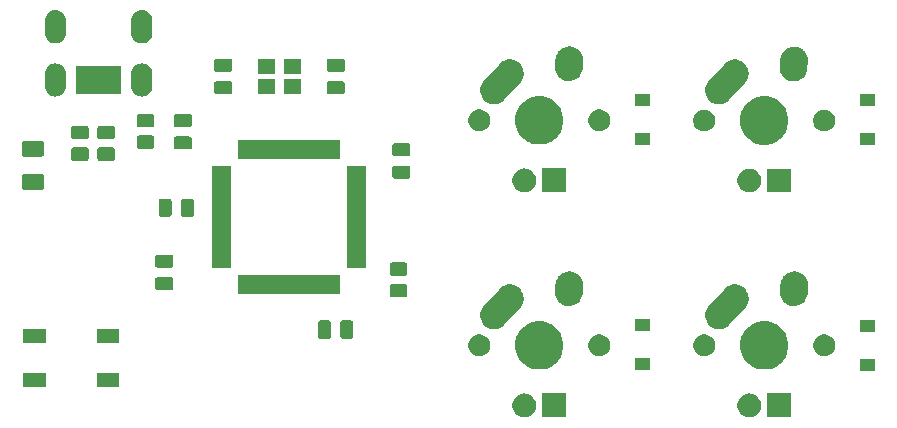
<source format=gbs>
G04 #@! TF.GenerationSoftware,KiCad,Pcbnew,(5.1.4-0-10_14)*
G04 #@! TF.CreationDate,2021-08-26T11:23:27-07:00*
G04 #@! TF.ProjectId,ai03-pcb-guide,61693033-2d70-4636-922d-67756964652e,rev?*
G04 #@! TF.SameCoordinates,Original*
G04 #@! TF.FileFunction,Soldermask,Bot*
G04 #@! TF.FilePolarity,Negative*
%FSLAX46Y46*%
G04 Gerber Fmt 4.6, Leading zero omitted, Abs format (unit mm)*
G04 Created by KiCad (PCBNEW (5.1.4-0-10_14)) date 2021-08-26 11:23:27*
%MOMM*%
%LPD*%
G04 APERTURE LIST*
%ADD10C,0.100000*%
G04 APERTURE END LIST*
D10*
G36*
X122932988Y-60042840D02*
G01*
X120925988Y-60042840D01*
X120925988Y-58035840D01*
X122932988Y-58035840D01*
X122932988Y-60042840D01*
X122932988Y-60042840D01*
G37*
G36*
X119515913Y-58041328D02*
G01*
X119682198Y-58074403D01*
X119864824Y-58150049D01*
X120029182Y-58259870D01*
X120168958Y-58399646D01*
X120278779Y-58564004D01*
X120354425Y-58746630D01*
X120392988Y-58940504D01*
X120392988Y-59138176D01*
X120354425Y-59332050D01*
X120278779Y-59514676D01*
X120168958Y-59679034D01*
X120029182Y-59818810D01*
X119864824Y-59928631D01*
X119682198Y-60004277D01*
X119515913Y-60037352D01*
X119488325Y-60042840D01*
X119290651Y-60042840D01*
X119263063Y-60037352D01*
X119096778Y-60004277D01*
X118914152Y-59928631D01*
X118749794Y-59818810D01*
X118610018Y-59679034D01*
X118500197Y-59514676D01*
X118424551Y-59332050D01*
X118385988Y-59138176D01*
X118385988Y-58940504D01*
X118424551Y-58746630D01*
X118500197Y-58564004D01*
X118610018Y-58399646D01*
X118749794Y-58259870D01*
X118914152Y-58150049D01*
X119096778Y-58074403D01*
X119263063Y-58041328D01*
X119290651Y-58035840D01*
X119488325Y-58035840D01*
X119515913Y-58041328D01*
X119515913Y-58041328D01*
G37*
G36*
X103882988Y-60042840D02*
G01*
X101875988Y-60042840D01*
X101875988Y-58035840D01*
X103882988Y-58035840D01*
X103882988Y-60042840D01*
X103882988Y-60042840D01*
G37*
G36*
X100465913Y-58041328D02*
G01*
X100632198Y-58074403D01*
X100814824Y-58150049D01*
X100979182Y-58259870D01*
X101118958Y-58399646D01*
X101228779Y-58564004D01*
X101304425Y-58746630D01*
X101342988Y-58940504D01*
X101342988Y-59138176D01*
X101304425Y-59332050D01*
X101228779Y-59514676D01*
X101118958Y-59679034D01*
X100979182Y-59818810D01*
X100814824Y-59928631D01*
X100632198Y-60004277D01*
X100465913Y-60037352D01*
X100438325Y-60042840D01*
X100240651Y-60042840D01*
X100213063Y-60037352D01*
X100046778Y-60004277D01*
X99864152Y-59928631D01*
X99699794Y-59818810D01*
X99560018Y-59679034D01*
X99450197Y-59514676D01*
X99374551Y-59332050D01*
X99335988Y-59138176D01*
X99335988Y-58940504D01*
X99374551Y-58746630D01*
X99450197Y-58564004D01*
X99560018Y-58399646D01*
X99699794Y-58259870D01*
X99864152Y-58150049D01*
X100046778Y-58074403D01*
X100213063Y-58041328D01*
X100240651Y-58035840D01*
X100438325Y-58035840D01*
X100465913Y-58041328D01*
X100465913Y-58041328D01*
G37*
G36*
X66038500Y-57482250D02*
G01*
X64136500Y-57482250D01*
X64136500Y-56280250D01*
X66038500Y-56280250D01*
X66038500Y-57482250D01*
X66038500Y-57482250D01*
G37*
G36*
X59838500Y-57482250D02*
G01*
X57936500Y-57482250D01*
X57936500Y-56280250D01*
X59838500Y-56280250D01*
X59838500Y-57482250D01*
X59838500Y-57482250D01*
G37*
G36*
X130032250Y-56126000D02*
G01*
X128730250Y-56126000D01*
X128730250Y-55124000D01*
X130032250Y-55124000D01*
X130032250Y-56126000D01*
X130032250Y-56126000D01*
G37*
G36*
X110982250Y-56063500D02*
G01*
X109680250Y-56063500D01*
X109680250Y-55061500D01*
X110982250Y-55061500D01*
X110982250Y-56063500D01*
X110982250Y-56063500D01*
G37*
G36*
X102205962Y-51993024D02*
G01*
X102387310Y-52068141D01*
X102578111Y-52147173D01*
X102913036Y-52370963D01*
X103197865Y-52655792D01*
X103421655Y-52990717D01*
X103454050Y-53068926D01*
X103575804Y-53362866D01*
X103654388Y-53757934D01*
X103654388Y-54160746D01*
X103575804Y-54555814D01*
X103524939Y-54678612D01*
X103421655Y-54927963D01*
X103197865Y-55262888D01*
X102913036Y-55547717D01*
X102578111Y-55771507D01*
X102423962Y-55835357D01*
X102205962Y-55925656D01*
X101810894Y-56004240D01*
X101408082Y-56004240D01*
X101013014Y-55925656D01*
X100795014Y-55835357D01*
X100640865Y-55771507D01*
X100305940Y-55547717D01*
X100021111Y-55262888D01*
X99797321Y-54927963D01*
X99694037Y-54678612D01*
X99643172Y-54555814D01*
X99564588Y-54160746D01*
X99564588Y-53757934D01*
X99643172Y-53362866D01*
X99764926Y-53068926D01*
X99797321Y-52990717D01*
X100021111Y-52655792D01*
X100305940Y-52370963D01*
X100640865Y-52147173D01*
X100831666Y-52068141D01*
X101013014Y-51993024D01*
X101408082Y-51914440D01*
X101810894Y-51914440D01*
X102205962Y-51993024D01*
X102205962Y-51993024D01*
G37*
G36*
X121255962Y-51993024D02*
G01*
X121437310Y-52068141D01*
X121628111Y-52147173D01*
X121963036Y-52370963D01*
X122247865Y-52655792D01*
X122471655Y-52990717D01*
X122504050Y-53068926D01*
X122625804Y-53362866D01*
X122704388Y-53757934D01*
X122704388Y-54160746D01*
X122625804Y-54555814D01*
X122574939Y-54678612D01*
X122471655Y-54927963D01*
X122247865Y-55262888D01*
X121963036Y-55547717D01*
X121628111Y-55771507D01*
X121473962Y-55835357D01*
X121255962Y-55925656D01*
X120860894Y-56004240D01*
X120458082Y-56004240D01*
X120063014Y-55925656D01*
X119845014Y-55835357D01*
X119690865Y-55771507D01*
X119355940Y-55547717D01*
X119071111Y-55262888D01*
X118847321Y-54927963D01*
X118744037Y-54678612D01*
X118693172Y-54555814D01*
X118614588Y-54160746D01*
X118614588Y-53757934D01*
X118693172Y-53362866D01*
X118814926Y-53068926D01*
X118847321Y-52990717D01*
X119071111Y-52655792D01*
X119355940Y-52370963D01*
X119690865Y-52147173D01*
X119881666Y-52068141D01*
X120063014Y-51993024D01*
X120458082Y-51914440D01*
X120860894Y-51914440D01*
X121255962Y-51993024D01*
X121255962Y-51993024D01*
G37*
G36*
X96799592Y-53068925D02*
G01*
X96968114Y-53138729D01*
X97119779Y-53240068D01*
X97248760Y-53369049D01*
X97350099Y-53520714D01*
X97419903Y-53689236D01*
X97455488Y-53868137D01*
X97455488Y-54050543D01*
X97419903Y-54229444D01*
X97350099Y-54397966D01*
X97248760Y-54549631D01*
X97119779Y-54678612D01*
X96968114Y-54779951D01*
X96799592Y-54849755D01*
X96620691Y-54885340D01*
X96438285Y-54885340D01*
X96259384Y-54849755D01*
X96090862Y-54779951D01*
X95939197Y-54678612D01*
X95810216Y-54549631D01*
X95708877Y-54397966D01*
X95639073Y-54229444D01*
X95603488Y-54050543D01*
X95603488Y-53868137D01*
X95639073Y-53689236D01*
X95708877Y-53520714D01*
X95810216Y-53369049D01*
X95939197Y-53240068D01*
X96090862Y-53138729D01*
X96259384Y-53068925D01*
X96438285Y-53033340D01*
X96620691Y-53033340D01*
X96799592Y-53068925D01*
X96799592Y-53068925D01*
G37*
G36*
X106959592Y-53068925D02*
G01*
X107128114Y-53138729D01*
X107279779Y-53240068D01*
X107408760Y-53369049D01*
X107510099Y-53520714D01*
X107579903Y-53689236D01*
X107615488Y-53868137D01*
X107615488Y-54050543D01*
X107579903Y-54229444D01*
X107510099Y-54397966D01*
X107408760Y-54549631D01*
X107279779Y-54678612D01*
X107128114Y-54779951D01*
X106959592Y-54849755D01*
X106780691Y-54885340D01*
X106598285Y-54885340D01*
X106419384Y-54849755D01*
X106250862Y-54779951D01*
X106099197Y-54678612D01*
X105970216Y-54549631D01*
X105868877Y-54397966D01*
X105799073Y-54229444D01*
X105763488Y-54050543D01*
X105763488Y-53868137D01*
X105799073Y-53689236D01*
X105868877Y-53520714D01*
X105970216Y-53369049D01*
X106099197Y-53240068D01*
X106250862Y-53138729D01*
X106419384Y-53068925D01*
X106598285Y-53033340D01*
X106780691Y-53033340D01*
X106959592Y-53068925D01*
X106959592Y-53068925D01*
G37*
G36*
X115849592Y-53068925D02*
G01*
X116018114Y-53138729D01*
X116169779Y-53240068D01*
X116298760Y-53369049D01*
X116400099Y-53520714D01*
X116469903Y-53689236D01*
X116505488Y-53868137D01*
X116505488Y-54050543D01*
X116469903Y-54229444D01*
X116400099Y-54397966D01*
X116298760Y-54549631D01*
X116169779Y-54678612D01*
X116018114Y-54779951D01*
X115849592Y-54849755D01*
X115670691Y-54885340D01*
X115488285Y-54885340D01*
X115309384Y-54849755D01*
X115140862Y-54779951D01*
X114989197Y-54678612D01*
X114860216Y-54549631D01*
X114758877Y-54397966D01*
X114689073Y-54229444D01*
X114653488Y-54050543D01*
X114653488Y-53868137D01*
X114689073Y-53689236D01*
X114758877Y-53520714D01*
X114860216Y-53369049D01*
X114989197Y-53240068D01*
X115140862Y-53138729D01*
X115309384Y-53068925D01*
X115488285Y-53033340D01*
X115670691Y-53033340D01*
X115849592Y-53068925D01*
X115849592Y-53068925D01*
G37*
G36*
X126009592Y-53068925D02*
G01*
X126178114Y-53138729D01*
X126329779Y-53240068D01*
X126458760Y-53369049D01*
X126560099Y-53520714D01*
X126629903Y-53689236D01*
X126665488Y-53868137D01*
X126665488Y-54050543D01*
X126629903Y-54229444D01*
X126560099Y-54397966D01*
X126458760Y-54549631D01*
X126329779Y-54678612D01*
X126178114Y-54779951D01*
X126009592Y-54849755D01*
X125830691Y-54885340D01*
X125648285Y-54885340D01*
X125469384Y-54849755D01*
X125300862Y-54779951D01*
X125149197Y-54678612D01*
X125020216Y-54549631D01*
X124918877Y-54397966D01*
X124849073Y-54229444D01*
X124813488Y-54050543D01*
X124813488Y-53868137D01*
X124849073Y-53689236D01*
X124918877Y-53520714D01*
X125020216Y-53369049D01*
X125149197Y-53240068D01*
X125300862Y-53138729D01*
X125469384Y-53068925D01*
X125648285Y-53033340D01*
X125830691Y-53033340D01*
X126009592Y-53068925D01*
X126009592Y-53068925D01*
G37*
G36*
X59838500Y-53782250D02*
G01*
X57936500Y-53782250D01*
X57936500Y-52580250D01*
X59838500Y-52580250D01*
X59838500Y-53782250D01*
X59838500Y-53782250D01*
G37*
G36*
X66038500Y-53782250D02*
G01*
X64136500Y-53782250D01*
X64136500Y-52580250D01*
X66038500Y-52580250D01*
X66038500Y-53782250D01*
X66038500Y-53782250D01*
G37*
G36*
X83804434Y-51853686D02*
G01*
X83844284Y-51865774D01*
X83880999Y-51885399D01*
X83913186Y-51911814D01*
X83939601Y-51944001D01*
X83959226Y-51980716D01*
X83971314Y-52020566D01*
X83976000Y-52068141D01*
X83976000Y-53181859D01*
X83971314Y-53229434D01*
X83959226Y-53269284D01*
X83939601Y-53305999D01*
X83913186Y-53338186D01*
X83880999Y-53364601D01*
X83844284Y-53384226D01*
X83804434Y-53396314D01*
X83756859Y-53401000D01*
X83093141Y-53401000D01*
X83045566Y-53396314D01*
X83005716Y-53384226D01*
X82969001Y-53364601D01*
X82936814Y-53338186D01*
X82910399Y-53305999D01*
X82890774Y-53269284D01*
X82878686Y-53229434D01*
X82874000Y-53181859D01*
X82874000Y-52068141D01*
X82878686Y-52020566D01*
X82890774Y-51980716D01*
X82910399Y-51944001D01*
X82936814Y-51911814D01*
X82969001Y-51885399D01*
X83005716Y-51865774D01*
X83045566Y-51853686D01*
X83093141Y-51849000D01*
X83756859Y-51849000D01*
X83804434Y-51853686D01*
X83804434Y-51853686D01*
G37*
G36*
X85704434Y-51853686D02*
G01*
X85744284Y-51865774D01*
X85780999Y-51885399D01*
X85813186Y-51911814D01*
X85839601Y-51944001D01*
X85859226Y-51980716D01*
X85871314Y-52020566D01*
X85876000Y-52068141D01*
X85876000Y-53181859D01*
X85871314Y-53229434D01*
X85859226Y-53269284D01*
X85839601Y-53305999D01*
X85813186Y-53338186D01*
X85780999Y-53364601D01*
X85744284Y-53384226D01*
X85704434Y-53396314D01*
X85656859Y-53401000D01*
X84993141Y-53401000D01*
X84945566Y-53396314D01*
X84905716Y-53384226D01*
X84869001Y-53364601D01*
X84836814Y-53338186D01*
X84810399Y-53305999D01*
X84790774Y-53269284D01*
X84778686Y-53229434D01*
X84774000Y-53181859D01*
X84774000Y-52068141D01*
X84778686Y-52020566D01*
X84790774Y-51980716D01*
X84810399Y-51944001D01*
X84836814Y-51911814D01*
X84869001Y-51885399D01*
X84905716Y-51865774D01*
X84945566Y-51853686D01*
X84993141Y-51849000D01*
X85656859Y-51849000D01*
X85704434Y-51853686D01*
X85704434Y-51853686D01*
G37*
G36*
X130032250Y-52826000D02*
G01*
X128730250Y-52826000D01*
X128730250Y-51824000D01*
X130032250Y-51824000D01*
X130032250Y-52826000D01*
X130032250Y-52826000D01*
G37*
G36*
X110982250Y-52763500D02*
G01*
X109680250Y-52763500D01*
X109680250Y-51761500D01*
X110982250Y-51761500D01*
X110982250Y-52763500D01*
X110982250Y-52763500D01*
G37*
G36*
X99132693Y-48783221D02*
G01*
X99138133Y-48783340D01*
X99225316Y-48783340D01*
X99241585Y-48786576D01*
X99260444Y-48788855D01*
X99277020Y-48789586D01*
X99361711Y-48810350D01*
X99367006Y-48811524D01*
X99452515Y-48828533D01*
X99467850Y-48834885D01*
X99485889Y-48840795D01*
X99502009Y-48844747D01*
X99580992Y-48881620D01*
X99585982Y-48883817D01*
X99666533Y-48917182D01*
X99680329Y-48926400D01*
X99696881Y-48935722D01*
X99711914Y-48942740D01*
X99782182Y-48994311D01*
X99786678Y-48997461D01*
X99811037Y-49013737D01*
X99859144Y-49045881D01*
X99870871Y-49057608D01*
X99885297Y-49069988D01*
X99898667Y-49079801D01*
X99898668Y-49079802D01*
X99957509Y-49144073D01*
X99961317Y-49148054D01*
X100022947Y-49209684D01*
X100032162Y-49223475D01*
X100043884Y-49238418D01*
X100055093Y-49250661D01*
X100100287Y-49325214D01*
X100103234Y-49329841D01*
X100151646Y-49402295D01*
X100157993Y-49417617D01*
X100166580Y-49434571D01*
X100175179Y-49448757D01*
X100204966Y-49530708D01*
X100206940Y-49535788D01*
X100240295Y-49616313D01*
X100240295Y-49616314D01*
X100243529Y-49632573D01*
X100248646Y-49650882D01*
X100254313Y-49666474D01*
X100267543Y-49752685D01*
X100268489Y-49758053D01*
X100285488Y-49843513D01*
X100285488Y-49860092D01*
X100286932Y-49879032D01*
X100289451Y-49895444D01*
X100285608Y-49982589D01*
X100285488Y-49988029D01*
X100285488Y-50075165D01*
X100282254Y-50091423D01*
X100279976Y-50110281D01*
X100279244Y-50126871D01*
X100258476Y-50211577D01*
X100257300Y-50216877D01*
X100240295Y-50302367D01*
X100233945Y-50317697D01*
X100228037Y-50335733D01*
X100224083Y-50351860D01*
X100187199Y-50430866D01*
X100184999Y-50435863D01*
X100151646Y-50516385D01*
X100142432Y-50530175D01*
X100133110Y-50546727D01*
X100126090Y-50561764D01*
X100074499Y-50632060D01*
X100071354Y-50636550D01*
X100022949Y-50708994D01*
X99965948Y-50765995D01*
X99961299Y-50770903D01*
X99529799Y-51251810D01*
X98636211Y-52247716D01*
X98508167Y-52364942D01*
X98409119Y-52424985D01*
X98310071Y-52485029D01*
X98092354Y-52564163D01*
X97863383Y-52599301D01*
X97631958Y-52589094D01*
X97406969Y-52533933D01*
X97302215Y-52485029D01*
X97197067Y-52435942D01*
X97100326Y-52364942D01*
X97010311Y-52298879D01*
X96935882Y-52217581D01*
X96853886Y-52128019D01*
X96772052Y-51993025D01*
X96733799Y-51929923D01*
X96654665Y-51712206D01*
X96619527Y-51483235D01*
X96629734Y-51251810D01*
X96684895Y-51026821D01*
X96736460Y-50916368D01*
X96782886Y-50816920D01*
X96782888Y-50816917D01*
X96885602Y-50676962D01*
X97618548Y-49860092D01*
X98172275Y-49242961D01*
X98183169Y-49228929D01*
X98196027Y-49209686D01*
X98253061Y-49152652D01*
X98257711Y-49147743D01*
X98272766Y-49130964D01*
X98294189Y-49111351D01*
X98298170Y-49107543D01*
X98359834Y-49045879D01*
X98373631Y-49036660D01*
X98388590Y-49024925D01*
X98400809Y-49013738D01*
X98448640Y-48984743D01*
X98475318Y-48968571D01*
X98479909Y-48965648D01*
X98552443Y-48917182D01*
X98567788Y-48910826D01*
X98584736Y-48902241D01*
X98598904Y-48893652D01*
X98598905Y-48893652D01*
X98598906Y-48893651D01*
X98680800Y-48863885D01*
X98685898Y-48861903D01*
X98766461Y-48828533D01*
X98782740Y-48825295D01*
X98801030Y-48820184D01*
X98816623Y-48814517D01*
X98902788Y-48801294D01*
X98908151Y-48800349D01*
X98993661Y-48783340D01*
X99010254Y-48783340D01*
X99029197Y-48781895D01*
X99045594Y-48779379D01*
X99132693Y-48783221D01*
X99132693Y-48783221D01*
G37*
G36*
X118182693Y-48783221D02*
G01*
X118188133Y-48783340D01*
X118275316Y-48783340D01*
X118291585Y-48786576D01*
X118310444Y-48788855D01*
X118327020Y-48789586D01*
X118411711Y-48810350D01*
X118417006Y-48811524D01*
X118502515Y-48828533D01*
X118517850Y-48834885D01*
X118535889Y-48840795D01*
X118552009Y-48844747D01*
X118630992Y-48881620D01*
X118635982Y-48883817D01*
X118716533Y-48917182D01*
X118730329Y-48926400D01*
X118746881Y-48935722D01*
X118761914Y-48942740D01*
X118832182Y-48994311D01*
X118836678Y-48997461D01*
X118861037Y-49013737D01*
X118909144Y-49045881D01*
X118920871Y-49057608D01*
X118935297Y-49069988D01*
X118948667Y-49079801D01*
X118948668Y-49079802D01*
X119007509Y-49144073D01*
X119011317Y-49148054D01*
X119072947Y-49209684D01*
X119082162Y-49223475D01*
X119093884Y-49238418D01*
X119105093Y-49250661D01*
X119150287Y-49325214D01*
X119153234Y-49329841D01*
X119201646Y-49402295D01*
X119207993Y-49417617D01*
X119216580Y-49434571D01*
X119225179Y-49448757D01*
X119254966Y-49530708D01*
X119256940Y-49535788D01*
X119290295Y-49616313D01*
X119290295Y-49616314D01*
X119293529Y-49632573D01*
X119298646Y-49650882D01*
X119304313Y-49666474D01*
X119317543Y-49752685D01*
X119318489Y-49758053D01*
X119335488Y-49843513D01*
X119335488Y-49860092D01*
X119336932Y-49879032D01*
X119339451Y-49895444D01*
X119335608Y-49982589D01*
X119335488Y-49988029D01*
X119335488Y-50075165D01*
X119332254Y-50091423D01*
X119329976Y-50110281D01*
X119329244Y-50126871D01*
X119308476Y-50211577D01*
X119307300Y-50216877D01*
X119290295Y-50302367D01*
X119283945Y-50317697D01*
X119278037Y-50335733D01*
X119274083Y-50351860D01*
X119237199Y-50430866D01*
X119234999Y-50435863D01*
X119201646Y-50516385D01*
X119192432Y-50530175D01*
X119183110Y-50546727D01*
X119176090Y-50561764D01*
X119124499Y-50632060D01*
X119121354Y-50636550D01*
X119072949Y-50708994D01*
X119015948Y-50765995D01*
X119011299Y-50770903D01*
X118579799Y-51251810D01*
X117686211Y-52247716D01*
X117558167Y-52364942D01*
X117459119Y-52424985D01*
X117360071Y-52485029D01*
X117142354Y-52564163D01*
X116913383Y-52599301D01*
X116681958Y-52589094D01*
X116456969Y-52533933D01*
X116352215Y-52485029D01*
X116247067Y-52435942D01*
X116150326Y-52364942D01*
X116060311Y-52298879D01*
X115985882Y-52217581D01*
X115903886Y-52128019D01*
X115822052Y-51993025D01*
X115783799Y-51929923D01*
X115704665Y-51712206D01*
X115669527Y-51483235D01*
X115679734Y-51251810D01*
X115734895Y-51026821D01*
X115786460Y-50916368D01*
X115832886Y-50816920D01*
X115832888Y-50816917D01*
X115935602Y-50676962D01*
X116668548Y-49860092D01*
X117222275Y-49242961D01*
X117233169Y-49228929D01*
X117246027Y-49209686D01*
X117303061Y-49152652D01*
X117307711Y-49147743D01*
X117322766Y-49130964D01*
X117344189Y-49111351D01*
X117348170Y-49107543D01*
X117409834Y-49045879D01*
X117423631Y-49036660D01*
X117438590Y-49024925D01*
X117450809Y-49013738D01*
X117498640Y-48984743D01*
X117525318Y-48968571D01*
X117529909Y-48965648D01*
X117602443Y-48917182D01*
X117617788Y-48910826D01*
X117634736Y-48902241D01*
X117648904Y-48893652D01*
X117648905Y-48893652D01*
X117648906Y-48893651D01*
X117730800Y-48863885D01*
X117735898Y-48861903D01*
X117816461Y-48828533D01*
X117832740Y-48825295D01*
X117851030Y-48820184D01*
X117866623Y-48814517D01*
X117952788Y-48801294D01*
X117958151Y-48800349D01*
X118043661Y-48783340D01*
X118060254Y-48783340D01*
X118079197Y-48781895D01*
X118095594Y-48779379D01*
X118182693Y-48783221D01*
X118182693Y-48783221D01*
G37*
G36*
X123287615Y-47701601D02*
G01*
X123308388Y-47703340D01*
X123315315Y-47703340D01*
X123410242Y-47722222D01*
X123413836Y-47722882D01*
X123509218Y-47738964D01*
X123515691Y-47741425D01*
X123535716Y-47747181D01*
X123542515Y-47748533D01*
X123604902Y-47774374D01*
X123631931Y-47785570D01*
X123635332Y-47786921D01*
X123725743Y-47821301D01*
X123731615Y-47824980D01*
X123750124Y-47834527D01*
X123756533Y-47837182D01*
X123837051Y-47890982D01*
X123840042Y-47892918D01*
X123922045Y-47944299D01*
X123927072Y-47949040D01*
X123943384Y-47962031D01*
X123949140Y-47965877D01*
X124017598Y-48034335D01*
X124020177Y-48036839D01*
X124090578Y-48103229D01*
X124094583Y-48108859D01*
X124108047Y-48124784D01*
X124112947Y-48129684D01*
X124160747Y-48201221D01*
X124166732Y-48210179D01*
X124168779Y-48213147D01*
X124224868Y-48291985D01*
X124227702Y-48298298D01*
X124237796Y-48316533D01*
X124241646Y-48322295D01*
X124278708Y-48411770D01*
X124280112Y-48415025D01*
X124319753Y-48503313D01*
X124321303Y-48510065D01*
X124327640Y-48529902D01*
X124330295Y-48536313D01*
X124349180Y-48631257D01*
X124349926Y-48634741D01*
X124371586Y-48729091D01*
X124371586Y-48729094D01*
X124371788Y-48735994D01*
X124374135Y-48756710D01*
X124375488Y-48763514D01*
X124375488Y-48860326D01*
X124375541Y-48863924D01*
X124376676Y-48902617D01*
X124375783Y-48915565D01*
X124375488Y-48924137D01*
X124375488Y-48995166D01*
X124369569Y-49024925D01*
X124369092Y-49027319D01*
X124366988Y-49043090D01*
X124328726Y-49597885D01*
X124299864Y-49769070D01*
X124217526Y-49985595D01*
X124094529Y-50181897D01*
X123935599Y-50350430D01*
X123746843Y-50484720D01*
X123535515Y-50579605D01*
X123309737Y-50631438D01*
X123078186Y-50638229D01*
X123078185Y-50638229D01*
X123032500Y-50630526D01*
X122849758Y-50599716D01*
X122633233Y-50517378D01*
X122436931Y-50394381D01*
X122268398Y-50235451D01*
X122134108Y-50046695D01*
X122039223Y-49835367D01*
X121987390Y-49609589D01*
X121982300Y-49436063D01*
X122023192Y-48843134D01*
X122023488Y-48834536D01*
X122023488Y-48763515D01*
X122042370Y-48668590D01*
X122043032Y-48664985D01*
X122048719Y-48631257D01*
X122059112Y-48569610D01*
X122061573Y-48563139D01*
X122067330Y-48543107D01*
X122068681Y-48536314D01*
X122071331Y-48529916D01*
X122105752Y-48446816D01*
X122107041Y-48443570D01*
X122141450Y-48353085D01*
X122145124Y-48347221D01*
X122154675Y-48328705D01*
X122157330Y-48322295D01*
X122211145Y-48241755D01*
X122213065Y-48238789D01*
X122264447Y-48156783D01*
X122269199Y-48151744D01*
X122282177Y-48135447D01*
X122286025Y-48129688D01*
X122354481Y-48061232D01*
X122357034Y-48058602D01*
X122362185Y-48053140D01*
X122423377Y-47988250D01*
X122429009Y-47984243D01*
X122444935Y-47970778D01*
X122449834Y-47965879D01*
X122530312Y-47912106D01*
X122533294Y-47910050D01*
X122612133Y-47853960D01*
X122618443Y-47851127D01*
X122636682Y-47841031D01*
X122642439Y-47837184D01*
X122642442Y-47837183D01*
X122642443Y-47837182D01*
X122731917Y-47800121D01*
X122735175Y-47798715D01*
X122823461Y-47759075D01*
X122830213Y-47757525D01*
X122850050Y-47751188D01*
X122856461Y-47748533D01*
X122951387Y-47729651D01*
X122954934Y-47728891D01*
X123049239Y-47707241D01*
X123051618Y-47707171D01*
X123056153Y-47707038D01*
X123076869Y-47704691D01*
X123083662Y-47703340D01*
X123180447Y-47703340D01*
X123184072Y-47703287D01*
X123280790Y-47700450D01*
X123287615Y-47701601D01*
X123287615Y-47701601D01*
G37*
G36*
X104237615Y-47701601D02*
G01*
X104258388Y-47703340D01*
X104265315Y-47703340D01*
X104360242Y-47722222D01*
X104363836Y-47722882D01*
X104459218Y-47738964D01*
X104465691Y-47741425D01*
X104485716Y-47747181D01*
X104492515Y-47748533D01*
X104554902Y-47774374D01*
X104581931Y-47785570D01*
X104585332Y-47786921D01*
X104675743Y-47821301D01*
X104681615Y-47824980D01*
X104700124Y-47834527D01*
X104706533Y-47837182D01*
X104787051Y-47890982D01*
X104790042Y-47892918D01*
X104872045Y-47944299D01*
X104877072Y-47949040D01*
X104893384Y-47962031D01*
X104899140Y-47965877D01*
X104967598Y-48034335D01*
X104970177Y-48036839D01*
X105040578Y-48103229D01*
X105044583Y-48108859D01*
X105058047Y-48124784D01*
X105062947Y-48129684D01*
X105110747Y-48201221D01*
X105116732Y-48210179D01*
X105118779Y-48213147D01*
X105174868Y-48291985D01*
X105177702Y-48298298D01*
X105187796Y-48316533D01*
X105191646Y-48322295D01*
X105228708Y-48411770D01*
X105230112Y-48415025D01*
X105269753Y-48503313D01*
X105271303Y-48510065D01*
X105277640Y-48529902D01*
X105280295Y-48536313D01*
X105299180Y-48631257D01*
X105299926Y-48634741D01*
X105321586Y-48729091D01*
X105321586Y-48729094D01*
X105321788Y-48735994D01*
X105324135Y-48756710D01*
X105325488Y-48763514D01*
X105325488Y-48860326D01*
X105325541Y-48863924D01*
X105326676Y-48902617D01*
X105325783Y-48915565D01*
X105325488Y-48924137D01*
X105325488Y-48995166D01*
X105319569Y-49024925D01*
X105319092Y-49027319D01*
X105316988Y-49043090D01*
X105278726Y-49597885D01*
X105249864Y-49769070D01*
X105167526Y-49985595D01*
X105044529Y-50181897D01*
X104885599Y-50350430D01*
X104696843Y-50484720D01*
X104485515Y-50579605D01*
X104259737Y-50631438D01*
X104028186Y-50638229D01*
X104028185Y-50638229D01*
X103982500Y-50630526D01*
X103799758Y-50599716D01*
X103583233Y-50517378D01*
X103386931Y-50394381D01*
X103218398Y-50235451D01*
X103084108Y-50046695D01*
X102989223Y-49835367D01*
X102937390Y-49609589D01*
X102932300Y-49436063D01*
X102973192Y-48843134D01*
X102973488Y-48834536D01*
X102973488Y-48763515D01*
X102992370Y-48668590D01*
X102993032Y-48664985D01*
X102998719Y-48631257D01*
X103009112Y-48569610D01*
X103011573Y-48563139D01*
X103017330Y-48543107D01*
X103018681Y-48536314D01*
X103021331Y-48529916D01*
X103055752Y-48446816D01*
X103057041Y-48443570D01*
X103091450Y-48353085D01*
X103095124Y-48347221D01*
X103104675Y-48328705D01*
X103107330Y-48322295D01*
X103161145Y-48241755D01*
X103163065Y-48238789D01*
X103214447Y-48156783D01*
X103219199Y-48151744D01*
X103232177Y-48135447D01*
X103236025Y-48129688D01*
X103304481Y-48061232D01*
X103307034Y-48058602D01*
X103312185Y-48053140D01*
X103373377Y-47988250D01*
X103379009Y-47984243D01*
X103394935Y-47970778D01*
X103399834Y-47965879D01*
X103480312Y-47912106D01*
X103483294Y-47910050D01*
X103562133Y-47853960D01*
X103568443Y-47851127D01*
X103586682Y-47841031D01*
X103592439Y-47837184D01*
X103592442Y-47837183D01*
X103592443Y-47837182D01*
X103681917Y-47800121D01*
X103685175Y-47798715D01*
X103773461Y-47759075D01*
X103780213Y-47757525D01*
X103800050Y-47751188D01*
X103806461Y-47748533D01*
X103901387Y-47729651D01*
X103904934Y-47728891D01*
X103999239Y-47707241D01*
X104001618Y-47707171D01*
X104006153Y-47707038D01*
X104026869Y-47704691D01*
X104033662Y-47703340D01*
X104130447Y-47703340D01*
X104134072Y-47703287D01*
X104230790Y-47700450D01*
X104237615Y-47701601D01*
X104237615Y-47701601D01*
G37*
G36*
X90274912Y-48772394D02*
G01*
X90314358Y-48784360D01*
X90350703Y-48803787D01*
X90382565Y-48829935D01*
X90408713Y-48861797D01*
X90428140Y-48898142D01*
X90440106Y-48937588D01*
X90444750Y-48984743D01*
X90444750Y-49677757D01*
X90440106Y-49724912D01*
X90428140Y-49764358D01*
X90408713Y-49800703D01*
X90382565Y-49832565D01*
X90350703Y-49858713D01*
X90314358Y-49878140D01*
X90274912Y-49890106D01*
X90227757Y-49894750D01*
X89159743Y-49894750D01*
X89112588Y-49890106D01*
X89073142Y-49878140D01*
X89036797Y-49858713D01*
X89004935Y-49832565D01*
X88978787Y-49800703D01*
X88959360Y-49764358D01*
X88947394Y-49724912D01*
X88942750Y-49677757D01*
X88942750Y-48984743D01*
X88947394Y-48937588D01*
X88959360Y-48898142D01*
X88978787Y-48861797D01*
X89004935Y-48829935D01*
X89036797Y-48803787D01*
X89073142Y-48784360D01*
X89112588Y-48772394D01*
X89159743Y-48767750D01*
X90227757Y-48767750D01*
X90274912Y-48772394D01*
X90274912Y-48772394D01*
G37*
G36*
X84732250Y-49601000D02*
G01*
X76080250Y-49601000D01*
X76080250Y-47999000D01*
X84732250Y-47999000D01*
X84732250Y-49601000D01*
X84732250Y-49601000D01*
G37*
G36*
X70454434Y-48184936D02*
G01*
X70494284Y-48197024D01*
X70530999Y-48216649D01*
X70563186Y-48243064D01*
X70589601Y-48275251D01*
X70609226Y-48311966D01*
X70621314Y-48351816D01*
X70626000Y-48399391D01*
X70626000Y-49063109D01*
X70621314Y-49110684D01*
X70609226Y-49150534D01*
X70589601Y-49187249D01*
X70563186Y-49219436D01*
X70530999Y-49245851D01*
X70494284Y-49265476D01*
X70454434Y-49277564D01*
X70406859Y-49282250D01*
X69293141Y-49282250D01*
X69245566Y-49277564D01*
X69205716Y-49265476D01*
X69169001Y-49245851D01*
X69136814Y-49219436D01*
X69110399Y-49187249D01*
X69090774Y-49150534D01*
X69078686Y-49110684D01*
X69074000Y-49063109D01*
X69074000Y-48399391D01*
X69078686Y-48351816D01*
X69090774Y-48311966D01*
X69110399Y-48275251D01*
X69136814Y-48243064D01*
X69169001Y-48216649D01*
X69205716Y-48197024D01*
X69245566Y-48184936D01*
X69293141Y-48180250D01*
X70406859Y-48180250D01*
X70454434Y-48184936D01*
X70454434Y-48184936D01*
G37*
G36*
X90274912Y-46947394D02*
G01*
X90314358Y-46959360D01*
X90350703Y-46978787D01*
X90382565Y-47004935D01*
X90408713Y-47036797D01*
X90428140Y-47073142D01*
X90440106Y-47112588D01*
X90444750Y-47159743D01*
X90444750Y-47852757D01*
X90440106Y-47899912D01*
X90428140Y-47939358D01*
X90408713Y-47975703D01*
X90382565Y-48007565D01*
X90350703Y-48033713D01*
X90314358Y-48053140D01*
X90274912Y-48065106D01*
X90227757Y-48069750D01*
X89159743Y-48069750D01*
X89112588Y-48065106D01*
X89073142Y-48053140D01*
X89036797Y-48033713D01*
X89004935Y-48007565D01*
X88978787Y-47975703D01*
X88959360Y-47939358D01*
X88947394Y-47899912D01*
X88942750Y-47852757D01*
X88942750Y-47159743D01*
X88947394Y-47112588D01*
X88959360Y-47073142D01*
X88978787Y-47036797D01*
X89004935Y-47004935D01*
X89036797Y-46978787D01*
X89073142Y-46959360D01*
X89112588Y-46947394D01*
X89159743Y-46942750D01*
X90227757Y-46942750D01*
X90274912Y-46947394D01*
X90274912Y-46947394D01*
G37*
G36*
X86907250Y-47426000D02*
G01*
X85305250Y-47426000D01*
X85305250Y-38774000D01*
X86907250Y-38774000D01*
X86907250Y-47426000D01*
X86907250Y-47426000D01*
G37*
G36*
X75507250Y-47426000D02*
G01*
X73905250Y-47426000D01*
X73905250Y-38774000D01*
X75507250Y-38774000D01*
X75507250Y-47426000D01*
X75507250Y-47426000D01*
G37*
G36*
X70454434Y-46284936D02*
G01*
X70494284Y-46297024D01*
X70530999Y-46316649D01*
X70563186Y-46343064D01*
X70589601Y-46375251D01*
X70609226Y-46411966D01*
X70621314Y-46451816D01*
X70626000Y-46499391D01*
X70626000Y-47163109D01*
X70621314Y-47210684D01*
X70609226Y-47250534D01*
X70589601Y-47287249D01*
X70563186Y-47319436D01*
X70530999Y-47345851D01*
X70494284Y-47365476D01*
X70454434Y-47377564D01*
X70406859Y-47382250D01*
X69293141Y-47382250D01*
X69245566Y-47377564D01*
X69205716Y-47365476D01*
X69169001Y-47345851D01*
X69136814Y-47319436D01*
X69110399Y-47287249D01*
X69090774Y-47250534D01*
X69078686Y-47210684D01*
X69074000Y-47163109D01*
X69074000Y-46499391D01*
X69078686Y-46451816D01*
X69090774Y-46411966D01*
X69110399Y-46375251D01*
X69136814Y-46343064D01*
X69169001Y-46316649D01*
X69205716Y-46297024D01*
X69245566Y-46284936D01*
X69293141Y-46280250D01*
X70406859Y-46280250D01*
X70454434Y-46284936D01*
X70454434Y-46284936D01*
G37*
G36*
X72210684Y-41534936D02*
G01*
X72250534Y-41547024D01*
X72287249Y-41566649D01*
X72319436Y-41593064D01*
X72345851Y-41625251D01*
X72365476Y-41661966D01*
X72377564Y-41701816D01*
X72382250Y-41749391D01*
X72382250Y-42863109D01*
X72377564Y-42910684D01*
X72365476Y-42950534D01*
X72345851Y-42987249D01*
X72319436Y-43019436D01*
X72287249Y-43045851D01*
X72250534Y-43065476D01*
X72210684Y-43077564D01*
X72163109Y-43082250D01*
X71499391Y-43082250D01*
X71451816Y-43077564D01*
X71411966Y-43065476D01*
X71375251Y-43045851D01*
X71343064Y-43019436D01*
X71316649Y-42987249D01*
X71297024Y-42950534D01*
X71284936Y-42910684D01*
X71280250Y-42863109D01*
X71280250Y-41749391D01*
X71284936Y-41701816D01*
X71297024Y-41661966D01*
X71316649Y-41625251D01*
X71343064Y-41593064D01*
X71375251Y-41566649D01*
X71411966Y-41547024D01*
X71451816Y-41534936D01*
X71499391Y-41530250D01*
X72163109Y-41530250D01*
X72210684Y-41534936D01*
X72210684Y-41534936D01*
G37*
G36*
X70310684Y-41534936D02*
G01*
X70350534Y-41547024D01*
X70387249Y-41566649D01*
X70419436Y-41593064D01*
X70445851Y-41625251D01*
X70465476Y-41661966D01*
X70477564Y-41701816D01*
X70482250Y-41749391D01*
X70482250Y-42863109D01*
X70477564Y-42910684D01*
X70465476Y-42950534D01*
X70445851Y-42987249D01*
X70419436Y-43019436D01*
X70387249Y-43045851D01*
X70350534Y-43065476D01*
X70310684Y-43077564D01*
X70263109Y-43082250D01*
X69599391Y-43082250D01*
X69551816Y-43077564D01*
X69511966Y-43065476D01*
X69475251Y-43045851D01*
X69443064Y-43019436D01*
X69416649Y-42987249D01*
X69397024Y-42950534D01*
X69384936Y-42910684D01*
X69380250Y-42863109D01*
X69380250Y-41749391D01*
X69384936Y-41701816D01*
X69397024Y-41661966D01*
X69416649Y-41625251D01*
X69443064Y-41593064D01*
X69475251Y-41566649D01*
X69511966Y-41547024D01*
X69551816Y-41534936D01*
X69599391Y-41530250D01*
X70263109Y-41530250D01*
X70310684Y-41534936D01*
X70310684Y-41534936D01*
G37*
G36*
X119506425Y-39006988D02*
G01*
X119672710Y-39040063D01*
X119855336Y-39115709D01*
X120019694Y-39225530D01*
X120159470Y-39365306D01*
X120269291Y-39529664D01*
X120344937Y-39712290D01*
X120383500Y-39906164D01*
X120383500Y-40103836D01*
X120344937Y-40297710D01*
X120269291Y-40480336D01*
X120159470Y-40644694D01*
X120019694Y-40784470D01*
X119855336Y-40894291D01*
X119672710Y-40969937D01*
X119506425Y-41003012D01*
X119478837Y-41008500D01*
X119281163Y-41008500D01*
X119253575Y-41003012D01*
X119087290Y-40969937D01*
X118904664Y-40894291D01*
X118740306Y-40784470D01*
X118600530Y-40644694D01*
X118490709Y-40480336D01*
X118415063Y-40297710D01*
X118376500Y-40103836D01*
X118376500Y-39906164D01*
X118415063Y-39712290D01*
X118490709Y-39529664D01*
X118600530Y-39365306D01*
X118740306Y-39225530D01*
X118904664Y-39115709D01*
X119087290Y-39040063D01*
X119253575Y-39006988D01*
X119281163Y-39001500D01*
X119478837Y-39001500D01*
X119506425Y-39006988D01*
X119506425Y-39006988D01*
G37*
G36*
X122923500Y-41008500D02*
G01*
X120916500Y-41008500D01*
X120916500Y-39001500D01*
X122923500Y-39001500D01*
X122923500Y-41008500D01*
X122923500Y-41008500D01*
G37*
G36*
X100465913Y-38991328D02*
G01*
X100632198Y-39024403D01*
X100814824Y-39100049D01*
X100979182Y-39209870D01*
X101118958Y-39349646D01*
X101228779Y-39514004D01*
X101304425Y-39696630D01*
X101342988Y-39890504D01*
X101342988Y-40088176D01*
X101304425Y-40282050D01*
X101228779Y-40464676D01*
X101118958Y-40629034D01*
X100979182Y-40768810D01*
X100814824Y-40878631D01*
X100632198Y-40954277D01*
X100465913Y-40987352D01*
X100438325Y-40992840D01*
X100240651Y-40992840D01*
X100213063Y-40987352D01*
X100046778Y-40954277D01*
X99864152Y-40878631D01*
X99699794Y-40768810D01*
X99560018Y-40629034D01*
X99450197Y-40464676D01*
X99374551Y-40282050D01*
X99335988Y-40088176D01*
X99335988Y-39890504D01*
X99374551Y-39696630D01*
X99450197Y-39514004D01*
X99560018Y-39349646D01*
X99699794Y-39209870D01*
X99864152Y-39100049D01*
X100046778Y-39024403D01*
X100213063Y-38991328D01*
X100240651Y-38985840D01*
X100438325Y-38985840D01*
X100465913Y-38991328D01*
X100465913Y-38991328D01*
G37*
G36*
X103882988Y-40992840D02*
G01*
X101875988Y-40992840D01*
X101875988Y-38985840D01*
X103882988Y-38985840D01*
X103882988Y-40992840D01*
X103882988Y-40992840D01*
G37*
G36*
X59506104Y-39434597D02*
G01*
X59542644Y-39445682D01*
X59576321Y-39463683D01*
X59605841Y-39487909D01*
X59630067Y-39517429D01*
X59648068Y-39551106D01*
X59659153Y-39587646D01*
X59663500Y-39631788D01*
X59663500Y-40580712D01*
X59659153Y-40624854D01*
X59648068Y-40661394D01*
X59630067Y-40695071D01*
X59605841Y-40724591D01*
X59576321Y-40748817D01*
X59542644Y-40766818D01*
X59506104Y-40777903D01*
X59461962Y-40782250D01*
X58013038Y-40782250D01*
X57968896Y-40777903D01*
X57932356Y-40766818D01*
X57898679Y-40748817D01*
X57869159Y-40724591D01*
X57844933Y-40695071D01*
X57826932Y-40661394D01*
X57815847Y-40624854D01*
X57811500Y-40580712D01*
X57811500Y-39631788D01*
X57815847Y-39587646D01*
X57826932Y-39551106D01*
X57844933Y-39517429D01*
X57869159Y-39487909D01*
X57898679Y-39463683D01*
X57932356Y-39445682D01*
X57968896Y-39434597D01*
X58013038Y-39430250D01*
X59461962Y-39430250D01*
X59506104Y-39434597D01*
X59506104Y-39434597D01*
G37*
G36*
X90535684Y-38741186D02*
G01*
X90575534Y-38753274D01*
X90612249Y-38772899D01*
X90644436Y-38799314D01*
X90670851Y-38831501D01*
X90690476Y-38868216D01*
X90702564Y-38908066D01*
X90707250Y-38955641D01*
X90707250Y-39619359D01*
X90702564Y-39666934D01*
X90690476Y-39706784D01*
X90670851Y-39743499D01*
X90644436Y-39775686D01*
X90612249Y-39802101D01*
X90575534Y-39821726D01*
X90535684Y-39833814D01*
X90488109Y-39838500D01*
X89374391Y-39838500D01*
X89326816Y-39833814D01*
X89286966Y-39821726D01*
X89250251Y-39802101D01*
X89218064Y-39775686D01*
X89191649Y-39743499D01*
X89172024Y-39706784D01*
X89159936Y-39666934D01*
X89155250Y-39619359D01*
X89155250Y-38955641D01*
X89159936Y-38908066D01*
X89172024Y-38868216D01*
X89191649Y-38831501D01*
X89218064Y-38799314D01*
X89250251Y-38772899D01*
X89286966Y-38753274D01*
X89326816Y-38741186D01*
X89374391Y-38736500D01*
X90488109Y-38736500D01*
X90535684Y-38741186D01*
X90535684Y-38741186D01*
G37*
G36*
X63287412Y-37206213D02*
G01*
X63326858Y-37218179D01*
X63363203Y-37237606D01*
X63395065Y-37263754D01*
X63421213Y-37295616D01*
X63440640Y-37331961D01*
X63452606Y-37371407D01*
X63457250Y-37418562D01*
X63457250Y-38111576D01*
X63452606Y-38158731D01*
X63440640Y-38198177D01*
X63421213Y-38234522D01*
X63395065Y-38266384D01*
X63363203Y-38292532D01*
X63326858Y-38311959D01*
X63287412Y-38323925D01*
X63240257Y-38328569D01*
X62172243Y-38328569D01*
X62125088Y-38323925D01*
X62085642Y-38311959D01*
X62049297Y-38292532D01*
X62017435Y-38266384D01*
X61991287Y-38234522D01*
X61971860Y-38198177D01*
X61959894Y-38158731D01*
X61955250Y-38111576D01*
X61955250Y-37418562D01*
X61959894Y-37371407D01*
X61971860Y-37331961D01*
X61991287Y-37295616D01*
X62017435Y-37263754D01*
X62049297Y-37237606D01*
X62085642Y-37218179D01*
X62125088Y-37206213D01*
X62172243Y-37201569D01*
X63240257Y-37201569D01*
X63287412Y-37206213D01*
X63287412Y-37206213D01*
G37*
G36*
X65529053Y-37206213D02*
G01*
X65568499Y-37218179D01*
X65604844Y-37237606D01*
X65636706Y-37263754D01*
X65662854Y-37295616D01*
X65682281Y-37331961D01*
X65694247Y-37371407D01*
X65698891Y-37418562D01*
X65698891Y-38111576D01*
X65694247Y-38158731D01*
X65682281Y-38198177D01*
X65662854Y-38234522D01*
X65636706Y-38266384D01*
X65604844Y-38292532D01*
X65568499Y-38311959D01*
X65529053Y-38323925D01*
X65481898Y-38328569D01*
X64413884Y-38328569D01*
X64366729Y-38323925D01*
X64327283Y-38311959D01*
X64290938Y-38292532D01*
X64259076Y-38266384D01*
X64232928Y-38234522D01*
X64213501Y-38198177D01*
X64201535Y-38158731D01*
X64196891Y-38111576D01*
X64196891Y-37418562D01*
X64201535Y-37371407D01*
X64213501Y-37331961D01*
X64232928Y-37295616D01*
X64259076Y-37263754D01*
X64290938Y-37237606D01*
X64327283Y-37218179D01*
X64366729Y-37206213D01*
X64413884Y-37201569D01*
X65481898Y-37201569D01*
X65529053Y-37206213D01*
X65529053Y-37206213D01*
G37*
G36*
X84732250Y-38201000D02*
G01*
X76080250Y-38201000D01*
X76080250Y-36599000D01*
X84732250Y-36599000D01*
X84732250Y-38201000D01*
X84732250Y-38201000D01*
G37*
G36*
X59506104Y-36634597D02*
G01*
X59542644Y-36645682D01*
X59576321Y-36663683D01*
X59605841Y-36687909D01*
X59630067Y-36717429D01*
X59648068Y-36751106D01*
X59659153Y-36787646D01*
X59663500Y-36831788D01*
X59663500Y-37780712D01*
X59659153Y-37824854D01*
X59648068Y-37861394D01*
X59630067Y-37895071D01*
X59605841Y-37924591D01*
X59576321Y-37948817D01*
X59542644Y-37966818D01*
X59506104Y-37977903D01*
X59461962Y-37982250D01*
X58013038Y-37982250D01*
X57968896Y-37977903D01*
X57932356Y-37966818D01*
X57898679Y-37948817D01*
X57869159Y-37924591D01*
X57844933Y-37895071D01*
X57826932Y-37861394D01*
X57815847Y-37824854D01*
X57811500Y-37780712D01*
X57811500Y-36831788D01*
X57815847Y-36787646D01*
X57826932Y-36751106D01*
X57844933Y-36717429D01*
X57869159Y-36687909D01*
X57898679Y-36663683D01*
X57932356Y-36645682D01*
X57968896Y-36634597D01*
X58013038Y-36630250D01*
X59461962Y-36630250D01*
X59506104Y-36634597D01*
X59506104Y-36634597D01*
G37*
G36*
X90535684Y-36841186D02*
G01*
X90575534Y-36853274D01*
X90612249Y-36872899D01*
X90644436Y-36899314D01*
X90670851Y-36931501D01*
X90690476Y-36968216D01*
X90702564Y-37008066D01*
X90707250Y-37055641D01*
X90707250Y-37719359D01*
X90702564Y-37766934D01*
X90690476Y-37806784D01*
X90670851Y-37843499D01*
X90644436Y-37875686D01*
X90612249Y-37902101D01*
X90575534Y-37921726D01*
X90535684Y-37933814D01*
X90488109Y-37938500D01*
X89374391Y-37938500D01*
X89326816Y-37933814D01*
X89286966Y-37921726D01*
X89250251Y-37902101D01*
X89218064Y-37875686D01*
X89191649Y-37843499D01*
X89172024Y-37806784D01*
X89159936Y-37766934D01*
X89155250Y-37719359D01*
X89155250Y-37055641D01*
X89159936Y-37008066D01*
X89172024Y-36968216D01*
X89191649Y-36931501D01*
X89218064Y-36899314D01*
X89250251Y-36872899D01*
X89286966Y-36853274D01*
X89326816Y-36841186D01*
X89374391Y-36836500D01*
X90488109Y-36836500D01*
X90535684Y-36841186D01*
X90535684Y-36841186D01*
G37*
G36*
X72041934Y-36278686D02*
G01*
X72081784Y-36290774D01*
X72118499Y-36310399D01*
X72150686Y-36336814D01*
X72177101Y-36369001D01*
X72196726Y-36405716D01*
X72208814Y-36445566D01*
X72213500Y-36493141D01*
X72213500Y-37156859D01*
X72208814Y-37204434D01*
X72196726Y-37244284D01*
X72177101Y-37280999D01*
X72150686Y-37313186D01*
X72118499Y-37339601D01*
X72081784Y-37359226D01*
X72041934Y-37371314D01*
X71994359Y-37376000D01*
X70880641Y-37376000D01*
X70833066Y-37371314D01*
X70793216Y-37359226D01*
X70756501Y-37339601D01*
X70724314Y-37313186D01*
X70697899Y-37280999D01*
X70678274Y-37244284D01*
X70666186Y-37204434D01*
X70661500Y-37156859D01*
X70661500Y-36493141D01*
X70666186Y-36445566D01*
X70678274Y-36405716D01*
X70697899Y-36369001D01*
X70724314Y-36336814D01*
X70756501Y-36310399D01*
X70793216Y-36290774D01*
X70833066Y-36278686D01*
X70880641Y-36274000D01*
X71994359Y-36274000D01*
X72041934Y-36278686D01*
X72041934Y-36278686D01*
G37*
G36*
X68843662Y-36191144D02*
G01*
X68883108Y-36203110D01*
X68919453Y-36222537D01*
X68951315Y-36248685D01*
X68977463Y-36280547D01*
X68996890Y-36316892D01*
X69008856Y-36356338D01*
X69013500Y-36403493D01*
X69013500Y-37096507D01*
X69008856Y-37143662D01*
X68996890Y-37183108D01*
X68977463Y-37219453D01*
X68951315Y-37251315D01*
X68919453Y-37277463D01*
X68883108Y-37296890D01*
X68843662Y-37308856D01*
X68796507Y-37313500D01*
X67728493Y-37313500D01*
X67681338Y-37308856D01*
X67641892Y-37296890D01*
X67605547Y-37277463D01*
X67573685Y-37251315D01*
X67547537Y-37219453D01*
X67528110Y-37183108D01*
X67516144Y-37143662D01*
X67511500Y-37096507D01*
X67511500Y-36403493D01*
X67516144Y-36356338D01*
X67528110Y-36316892D01*
X67547537Y-36280547D01*
X67573685Y-36248685D01*
X67605547Y-36222537D01*
X67641892Y-36203110D01*
X67681338Y-36191144D01*
X67728493Y-36186500D01*
X68796507Y-36186500D01*
X68843662Y-36191144D01*
X68843662Y-36191144D01*
G37*
G36*
X110982250Y-37013500D02*
G01*
X109680250Y-37013500D01*
X109680250Y-36011500D01*
X110982250Y-36011500D01*
X110982250Y-37013500D01*
X110982250Y-37013500D01*
G37*
G36*
X130032250Y-37013500D02*
G01*
X128730250Y-37013500D01*
X128730250Y-36011500D01*
X130032250Y-36011500D01*
X130032250Y-37013500D01*
X130032250Y-37013500D01*
G37*
G36*
X121246474Y-32958684D02*
G01*
X121464474Y-33048983D01*
X121618623Y-33112833D01*
X121953548Y-33336623D01*
X122238377Y-33621452D01*
X122462167Y-33956377D01*
X122494562Y-34034586D01*
X122616316Y-34328526D01*
X122694900Y-34723594D01*
X122694900Y-35126406D01*
X122616316Y-35521474D01*
X122565451Y-35644272D01*
X122462167Y-35893623D01*
X122238377Y-36228548D01*
X121953548Y-36513377D01*
X121618623Y-36737167D01*
X121496755Y-36787646D01*
X121246474Y-36891316D01*
X120851406Y-36969900D01*
X120448594Y-36969900D01*
X120053526Y-36891316D01*
X119803245Y-36787646D01*
X119681377Y-36737167D01*
X119346452Y-36513377D01*
X119061623Y-36228548D01*
X118837833Y-35893623D01*
X118734549Y-35644272D01*
X118683684Y-35521474D01*
X118605100Y-35126406D01*
X118605100Y-34723594D01*
X118683684Y-34328526D01*
X118805438Y-34034586D01*
X118837833Y-33956377D01*
X119061623Y-33621452D01*
X119346452Y-33336623D01*
X119681377Y-33112833D01*
X119835526Y-33048983D01*
X120053526Y-32958684D01*
X120448594Y-32880100D01*
X120851406Y-32880100D01*
X121246474Y-32958684D01*
X121246474Y-32958684D01*
G37*
G36*
X102205962Y-32943024D02*
G01*
X102423962Y-33033323D01*
X102578111Y-33097173D01*
X102913036Y-33320963D01*
X103197865Y-33605792D01*
X103421655Y-33940717D01*
X103482963Y-34088729D01*
X103575804Y-34312866D01*
X103654388Y-34707934D01*
X103654388Y-35110746D01*
X103575804Y-35505814D01*
X103524939Y-35628612D01*
X103421655Y-35877963D01*
X103197865Y-36212888D01*
X102913036Y-36497717D01*
X102578111Y-36721507D01*
X102506652Y-36751106D01*
X102205962Y-36875656D01*
X101810894Y-36954240D01*
X101408082Y-36954240D01*
X101013014Y-36875656D01*
X100712324Y-36751106D01*
X100640865Y-36721507D01*
X100305940Y-36497717D01*
X100021111Y-36212888D01*
X99797321Y-35877963D01*
X99694037Y-35628612D01*
X99643172Y-35505814D01*
X99564588Y-35110746D01*
X99564588Y-34707934D01*
X99643172Y-34312866D01*
X99736013Y-34088729D01*
X99797321Y-33940717D01*
X100021111Y-33605792D01*
X100305940Y-33320963D01*
X100640865Y-33097173D01*
X100795014Y-33033323D01*
X101013014Y-32943024D01*
X101408082Y-32864440D01*
X101810894Y-32864440D01*
X102205962Y-32943024D01*
X102205962Y-32943024D01*
G37*
G36*
X63287412Y-35381213D02*
G01*
X63326858Y-35393179D01*
X63363203Y-35412606D01*
X63395065Y-35438754D01*
X63421213Y-35470616D01*
X63440640Y-35506961D01*
X63452606Y-35546407D01*
X63457250Y-35593562D01*
X63457250Y-36286576D01*
X63452606Y-36333731D01*
X63440640Y-36373177D01*
X63421213Y-36409522D01*
X63395065Y-36441384D01*
X63363203Y-36467532D01*
X63326858Y-36486959D01*
X63287412Y-36498925D01*
X63240257Y-36503569D01*
X62172243Y-36503569D01*
X62125088Y-36498925D01*
X62085642Y-36486959D01*
X62049297Y-36467532D01*
X62017435Y-36441384D01*
X61991287Y-36409522D01*
X61971860Y-36373177D01*
X61959894Y-36333731D01*
X61955250Y-36286576D01*
X61955250Y-35593562D01*
X61959894Y-35546407D01*
X61971860Y-35506961D01*
X61991287Y-35470616D01*
X62017435Y-35438754D01*
X62049297Y-35412606D01*
X62085642Y-35393179D01*
X62125088Y-35381213D01*
X62172243Y-35376569D01*
X63240257Y-35376569D01*
X63287412Y-35381213D01*
X63287412Y-35381213D01*
G37*
G36*
X65529053Y-35381213D02*
G01*
X65568499Y-35393179D01*
X65604844Y-35412606D01*
X65636706Y-35438754D01*
X65662854Y-35470616D01*
X65682281Y-35506961D01*
X65694247Y-35546407D01*
X65698891Y-35593562D01*
X65698891Y-36286576D01*
X65694247Y-36333731D01*
X65682281Y-36373177D01*
X65662854Y-36409522D01*
X65636706Y-36441384D01*
X65604844Y-36467532D01*
X65568499Y-36486959D01*
X65529053Y-36498925D01*
X65481898Y-36503569D01*
X64413884Y-36503569D01*
X64366729Y-36498925D01*
X64327283Y-36486959D01*
X64290938Y-36467532D01*
X64259076Y-36441384D01*
X64232928Y-36409522D01*
X64213501Y-36373177D01*
X64201535Y-36333731D01*
X64196891Y-36286576D01*
X64196891Y-35593562D01*
X64201535Y-35546407D01*
X64213501Y-35506961D01*
X64232928Y-35470616D01*
X64259076Y-35438754D01*
X64290938Y-35412606D01*
X64327283Y-35393179D01*
X64366729Y-35381213D01*
X64413884Y-35376569D01*
X65481898Y-35376569D01*
X65529053Y-35381213D01*
X65529053Y-35381213D01*
G37*
G36*
X126000104Y-34034585D02*
G01*
X126168626Y-34104389D01*
X126320291Y-34205728D01*
X126449272Y-34334709D01*
X126550611Y-34486374D01*
X126620415Y-34654896D01*
X126656000Y-34833797D01*
X126656000Y-35016203D01*
X126620415Y-35195104D01*
X126550611Y-35363626D01*
X126449272Y-35515291D01*
X126320291Y-35644272D01*
X126168626Y-35745611D01*
X126000104Y-35815415D01*
X125821203Y-35851000D01*
X125638797Y-35851000D01*
X125459896Y-35815415D01*
X125291374Y-35745611D01*
X125139709Y-35644272D01*
X125010728Y-35515291D01*
X124909389Y-35363626D01*
X124839585Y-35195104D01*
X124804000Y-35016203D01*
X124804000Y-34833797D01*
X124839585Y-34654896D01*
X124909389Y-34486374D01*
X125010728Y-34334709D01*
X125139709Y-34205728D01*
X125291374Y-34104389D01*
X125459896Y-34034585D01*
X125638797Y-33999000D01*
X125821203Y-33999000D01*
X126000104Y-34034585D01*
X126000104Y-34034585D01*
G37*
G36*
X115840104Y-34034585D02*
G01*
X116008626Y-34104389D01*
X116160291Y-34205728D01*
X116289272Y-34334709D01*
X116390611Y-34486374D01*
X116460415Y-34654896D01*
X116496000Y-34833797D01*
X116496000Y-35016203D01*
X116460415Y-35195104D01*
X116390611Y-35363626D01*
X116289272Y-35515291D01*
X116160291Y-35644272D01*
X116008626Y-35745611D01*
X115840104Y-35815415D01*
X115661203Y-35851000D01*
X115478797Y-35851000D01*
X115299896Y-35815415D01*
X115131374Y-35745611D01*
X114979709Y-35644272D01*
X114850728Y-35515291D01*
X114749389Y-35363626D01*
X114679585Y-35195104D01*
X114644000Y-35016203D01*
X114644000Y-34833797D01*
X114679585Y-34654896D01*
X114749389Y-34486374D01*
X114850728Y-34334709D01*
X114979709Y-34205728D01*
X115131374Y-34104389D01*
X115299896Y-34034585D01*
X115478797Y-33999000D01*
X115661203Y-33999000D01*
X115840104Y-34034585D01*
X115840104Y-34034585D01*
G37*
G36*
X106959592Y-34018925D02*
G01*
X107128114Y-34088729D01*
X107279779Y-34190068D01*
X107408760Y-34319049D01*
X107510099Y-34470714D01*
X107579903Y-34639236D01*
X107615488Y-34818137D01*
X107615488Y-35000543D01*
X107579903Y-35179444D01*
X107510099Y-35347966D01*
X107408760Y-35499631D01*
X107279779Y-35628612D01*
X107128114Y-35729951D01*
X106959592Y-35799755D01*
X106780691Y-35835340D01*
X106598285Y-35835340D01*
X106419384Y-35799755D01*
X106250862Y-35729951D01*
X106099197Y-35628612D01*
X105970216Y-35499631D01*
X105868877Y-35347966D01*
X105799073Y-35179444D01*
X105763488Y-35000543D01*
X105763488Y-34818137D01*
X105799073Y-34639236D01*
X105868877Y-34470714D01*
X105970216Y-34319049D01*
X106099197Y-34190068D01*
X106250862Y-34088729D01*
X106419384Y-34018925D01*
X106598285Y-33983340D01*
X106780691Y-33983340D01*
X106959592Y-34018925D01*
X106959592Y-34018925D01*
G37*
G36*
X96799592Y-34018925D02*
G01*
X96968114Y-34088729D01*
X97119779Y-34190068D01*
X97248760Y-34319049D01*
X97350099Y-34470714D01*
X97419903Y-34639236D01*
X97455488Y-34818137D01*
X97455488Y-35000543D01*
X97419903Y-35179444D01*
X97350099Y-35347966D01*
X97248760Y-35499631D01*
X97119779Y-35628612D01*
X96968114Y-35729951D01*
X96799592Y-35799755D01*
X96620691Y-35835340D01*
X96438285Y-35835340D01*
X96259384Y-35799755D01*
X96090862Y-35729951D01*
X95939197Y-35628612D01*
X95810216Y-35499631D01*
X95708877Y-35347966D01*
X95639073Y-35179444D01*
X95603488Y-35000543D01*
X95603488Y-34818137D01*
X95639073Y-34639236D01*
X95708877Y-34470714D01*
X95810216Y-34319049D01*
X95939197Y-34190068D01*
X96090862Y-34088729D01*
X96259384Y-34018925D01*
X96438285Y-33983340D01*
X96620691Y-33983340D01*
X96799592Y-34018925D01*
X96799592Y-34018925D01*
G37*
G36*
X68843662Y-34366144D02*
G01*
X68883108Y-34378110D01*
X68919453Y-34397537D01*
X68951315Y-34423685D01*
X68977463Y-34455547D01*
X68996890Y-34491892D01*
X69008856Y-34531338D01*
X69013500Y-34578493D01*
X69013500Y-35271507D01*
X69008856Y-35318662D01*
X68996890Y-35358108D01*
X68977463Y-35394453D01*
X68951315Y-35426315D01*
X68919453Y-35452463D01*
X68883108Y-35471890D01*
X68843662Y-35483856D01*
X68796507Y-35488500D01*
X67728493Y-35488500D01*
X67681338Y-35483856D01*
X67641892Y-35471890D01*
X67605547Y-35452463D01*
X67573685Y-35426315D01*
X67547537Y-35394453D01*
X67528110Y-35358108D01*
X67516144Y-35318662D01*
X67511500Y-35271507D01*
X67511500Y-34578493D01*
X67516144Y-34531338D01*
X67528110Y-34491892D01*
X67547537Y-34455547D01*
X67573685Y-34423685D01*
X67605547Y-34397537D01*
X67641892Y-34378110D01*
X67681338Y-34366144D01*
X67728493Y-34361500D01*
X68796507Y-34361500D01*
X68843662Y-34366144D01*
X68843662Y-34366144D01*
G37*
G36*
X72041934Y-34378686D02*
G01*
X72081784Y-34390774D01*
X72118499Y-34410399D01*
X72150686Y-34436814D01*
X72177101Y-34469001D01*
X72196726Y-34505716D01*
X72208814Y-34545566D01*
X72213500Y-34593141D01*
X72213500Y-35256859D01*
X72208814Y-35304434D01*
X72196726Y-35344284D01*
X72177101Y-35380999D01*
X72150686Y-35413186D01*
X72118499Y-35439601D01*
X72081784Y-35459226D01*
X72041934Y-35471314D01*
X71994359Y-35476000D01*
X70880641Y-35476000D01*
X70833066Y-35471314D01*
X70793216Y-35459226D01*
X70756501Y-35439601D01*
X70724314Y-35413186D01*
X70697899Y-35380999D01*
X70678274Y-35344284D01*
X70666186Y-35304434D01*
X70661500Y-35256859D01*
X70661500Y-34593141D01*
X70666186Y-34545566D01*
X70678274Y-34505716D01*
X70697899Y-34469001D01*
X70724314Y-34436814D01*
X70756501Y-34410399D01*
X70793216Y-34390774D01*
X70833066Y-34378686D01*
X70880641Y-34374000D01*
X71994359Y-34374000D01*
X72041934Y-34378686D01*
X72041934Y-34378686D01*
G37*
G36*
X130032250Y-33713500D02*
G01*
X128730250Y-33713500D01*
X128730250Y-32711500D01*
X130032250Y-32711500D01*
X130032250Y-33713500D01*
X130032250Y-33713500D01*
G37*
G36*
X110982250Y-33713500D02*
G01*
X109680250Y-33713500D01*
X109680250Y-32711500D01*
X110982250Y-32711500D01*
X110982250Y-33713500D01*
X110982250Y-33713500D01*
G37*
G36*
X118173205Y-29748881D02*
G01*
X118178645Y-29749000D01*
X118265828Y-29749000D01*
X118282097Y-29752236D01*
X118300956Y-29754515D01*
X118317532Y-29755246D01*
X118402223Y-29776010D01*
X118407518Y-29777184D01*
X118493027Y-29794193D01*
X118508362Y-29800545D01*
X118526401Y-29806455D01*
X118542521Y-29810407D01*
X118621504Y-29847280D01*
X118626494Y-29849477D01*
X118707045Y-29882842D01*
X118720841Y-29892060D01*
X118737393Y-29901382D01*
X118752426Y-29908400D01*
X118822694Y-29959971D01*
X118827190Y-29963121D01*
X118828114Y-29963738D01*
X118899656Y-30011541D01*
X118911383Y-30023268D01*
X118925809Y-30035648D01*
X118939179Y-30045461D01*
X118991539Y-30102652D01*
X118998021Y-30109733D01*
X119001829Y-30113714D01*
X119063459Y-30175344D01*
X119072674Y-30189135D01*
X119084396Y-30204078D01*
X119095605Y-30216321D01*
X119140799Y-30290874D01*
X119143746Y-30295501D01*
X119192158Y-30367955D01*
X119198505Y-30383277D01*
X119207092Y-30400231D01*
X119215691Y-30414417D01*
X119245478Y-30496368D01*
X119247452Y-30501448D01*
X119280807Y-30581973D01*
X119280807Y-30581974D01*
X119284041Y-30598233D01*
X119289158Y-30616542D01*
X119294825Y-30632134D01*
X119308055Y-30718345D01*
X119309001Y-30723713D01*
X119326000Y-30809173D01*
X119326000Y-30825752D01*
X119327444Y-30844692D01*
X119329963Y-30861104D01*
X119326120Y-30948249D01*
X119326000Y-30953689D01*
X119326000Y-31040825D01*
X119322766Y-31057083D01*
X119320488Y-31075941D01*
X119319756Y-31092531D01*
X119298988Y-31177237D01*
X119297812Y-31182537D01*
X119280807Y-31268027D01*
X119274457Y-31283357D01*
X119268549Y-31301393D01*
X119264595Y-31317520D01*
X119227711Y-31396526D01*
X119225511Y-31401523D01*
X119192158Y-31482045D01*
X119182944Y-31495835D01*
X119173622Y-31512387D01*
X119166602Y-31527424D01*
X119115011Y-31597720D01*
X119111866Y-31602210D01*
X119063461Y-31674654D01*
X119006460Y-31731655D01*
X119001811Y-31736563D01*
X118618177Y-32164124D01*
X117676723Y-33213376D01*
X117548679Y-33330602D01*
X117457393Y-33385940D01*
X117350583Y-33450689D01*
X117132866Y-33529823D01*
X116903895Y-33564961D01*
X116672470Y-33554754D01*
X116447481Y-33499593D01*
X116342727Y-33450689D01*
X116237579Y-33401602D01*
X116140838Y-33330602D01*
X116050823Y-33264539D01*
X115976394Y-33183241D01*
X115894398Y-33093679D01*
X115812564Y-32958685D01*
X115774311Y-32895583D01*
X115695177Y-32677866D01*
X115660039Y-32448895D01*
X115670246Y-32217470D01*
X115725407Y-31992481D01*
X115783404Y-31868250D01*
X115823398Y-31782580D01*
X115836802Y-31764316D01*
X115926114Y-31642622D01*
X116672409Y-30810875D01*
X117212787Y-30208621D01*
X117223681Y-30194589D01*
X117236539Y-30175346D01*
X117293573Y-30118312D01*
X117298223Y-30113403D01*
X117313278Y-30096624D01*
X117334701Y-30077011D01*
X117338682Y-30073203D01*
X117400346Y-30011539D01*
X117414143Y-30002320D01*
X117429102Y-29990585D01*
X117441321Y-29979398D01*
X117473385Y-29959961D01*
X117515830Y-29934231D01*
X117520421Y-29931308D01*
X117592955Y-29882842D01*
X117608300Y-29876486D01*
X117625248Y-29867901D01*
X117639416Y-29859312D01*
X117639417Y-29859312D01*
X117639418Y-29859311D01*
X117721312Y-29829545D01*
X117726410Y-29827563D01*
X117806973Y-29794193D01*
X117823252Y-29790955D01*
X117841542Y-29785844D01*
X117857135Y-29780177D01*
X117943300Y-29766954D01*
X117948663Y-29766009D01*
X118034173Y-29749000D01*
X118050766Y-29749000D01*
X118069709Y-29747555D01*
X118086106Y-29745039D01*
X118173205Y-29748881D01*
X118173205Y-29748881D01*
G37*
G36*
X99132693Y-29733221D02*
G01*
X99138133Y-29733340D01*
X99225316Y-29733340D01*
X99241585Y-29736576D01*
X99260444Y-29738855D01*
X99277020Y-29739586D01*
X99361711Y-29760350D01*
X99367006Y-29761524D01*
X99452515Y-29778533D01*
X99467850Y-29784885D01*
X99485889Y-29790795D01*
X99502009Y-29794747D01*
X99580992Y-29831620D01*
X99585982Y-29833817D01*
X99666533Y-29867182D01*
X99680329Y-29876400D01*
X99696881Y-29885722D01*
X99711914Y-29892740D01*
X99782182Y-29944311D01*
X99786678Y-29947461D01*
X99845344Y-29986660D01*
X99859144Y-29995881D01*
X99870871Y-30007608D01*
X99885297Y-30019988D01*
X99889765Y-30023268D01*
X99898668Y-30029802D01*
X99957509Y-30094073D01*
X99961317Y-30098054D01*
X100022947Y-30159684D01*
X100032162Y-30173475D01*
X100043884Y-30188418D01*
X100055093Y-30200661D01*
X100100287Y-30275214D01*
X100103234Y-30279841D01*
X100124388Y-30311500D01*
X100151646Y-30352295D01*
X100157993Y-30367617D01*
X100166580Y-30384571D01*
X100175179Y-30398757D01*
X100204966Y-30480708D01*
X100206940Y-30485788D01*
X100240295Y-30566313D01*
X100241625Y-30572997D01*
X100243529Y-30582573D01*
X100248646Y-30600882D01*
X100254313Y-30616474D01*
X100267543Y-30702685D01*
X100268489Y-30708053D01*
X100285488Y-30793513D01*
X100285488Y-30810092D01*
X100286932Y-30829032D01*
X100289451Y-30845444D01*
X100285608Y-30932589D01*
X100285488Y-30938029D01*
X100285488Y-31025165D01*
X100282254Y-31041423D01*
X100279976Y-31060281D01*
X100279244Y-31076871D01*
X100258476Y-31161577D01*
X100257300Y-31166877D01*
X100240295Y-31252367D01*
X100233945Y-31267697D01*
X100228037Y-31285733D01*
X100224083Y-31301860D01*
X100187199Y-31380866D01*
X100184999Y-31385863D01*
X100151646Y-31466385D01*
X100142432Y-31480175D01*
X100133110Y-31496727D01*
X100126090Y-31511764D01*
X100074499Y-31582060D01*
X100071354Y-31586550D01*
X100022949Y-31658994D01*
X99965948Y-31715995D01*
X99961299Y-31720903D01*
X99308099Y-32448896D01*
X98636211Y-33197716D01*
X98508167Y-33314942D01*
X98409119Y-33374985D01*
X98310071Y-33435029D01*
X98092354Y-33514163D01*
X97863383Y-33549301D01*
X97631958Y-33539094D01*
X97406969Y-33483933D01*
X97302215Y-33435029D01*
X97197067Y-33385942D01*
X97100326Y-33314942D01*
X97010311Y-33248879D01*
X96885759Y-33112833D01*
X96853886Y-33078019D01*
X96772052Y-32943025D01*
X96733799Y-32879923D01*
X96654665Y-32662206D01*
X96619527Y-32433235D01*
X96629734Y-32201810D01*
X96684895Y-31976821D01*
X96749489Y-31838459D01*
X96782886Y-31766920D01*
X96785894Y-31762821D01*
X96885602Y-31626962D01*
X97617846Y-30810875D01*
X98172275Y-30192961D01*
X98183169Y-30178929D01*
X98196027Y-30159686D01*
X98253061Y-30102652D01*
X98257711Y-30097743D01*
X98272766Y-30080964D01*
X98294189Y-30061351D01*
X98298170Y-30057543D01*
X98359834Y-29995879D01*
X98373631Y-29986660D01*
X98388590Y-29974925D01*
X98400809Y-29963738D01*
X98432873Y-29944301D01*
X98475318Y-29918571D01*
X98479909Y-29915648D01*
X98552443Y-29867182D01*
X98567788Y-29860826D01*
X98584736Y-29852241D01*
X98598904Y-29843652D01*
X98598905Y-29843652D01*
X98598906Y-29843651D01*
X98680800Y-29813885D01*
X98685898Y-29811903D01*
X98766461Y-29778533D01*
X98782740Y-29775295D01*
X98801030Y-29770184D01*
X98816623Y-29764517D01*
X98902788Y-29751294D01*
X98908151Y-29750349D01*
X98993661Y-29733340D01*
X99010254Y-29733340D01*
X99029197Y-29731895D01*
X99045594Y-29729379D01*
X99132693Y-29733221D01*
X99132693Y-29733221D01*
G37*
G36*
X60820377Y-30099537D02*
G01*
X60990216Y-30151057D01*
X60990218Y-30151058D01*
X61035652Y-30175343D01*
X61146741Y-30234722D01*
X61182479Y-30264052D01*
X61283936Y-30347314D01*
X61339004Y-30414416D01*
X61396528Y-30484509D01*
X61480193Y-30641034D01*
X61531713Y-30810873D01*
X61535046Y-30844713D01*
X61544750Y-30943240D01*
X61544750Y-32031760D01*
X61539473Y-32085340D01*
X61531713Y-32164127D01*
X61480193Y-32333966D01*
X61396528Y-32490491D01*
X61369697Y-32523184D01*
X61283936Y-32627686D01*
X61146739Y-32740279D01*
X60990217Y-32823942D01*
X60990215Y-32823943D01*
X60820376Y-32875463D01*
X60643750Y-32892859D01*
X60467123Y-32875463D01*
X60297284Y-32823943D01*
X60140759Y-32740278D01*
X60079573Y-32690064D01*
X60003564Y-32627686D01*
X59890971Y-32490489D01*
X59807308Y-32333967D01*
X59807307Y-32333965D01*
X59755787Y-32164126D01*
X59742750Y-32031757D01*
X59742751Y-30943242D01*
X59755788Y-30810873D01*
X59807308Y-30641034D01*
X59890973Y-30484509D01*
X59948497Y-30414416D01*
X60003565Y-30347314D01*
X60105022Y-30264052D01*
X60140760Y-30234722D01*
X60251849Y-30175343D01*
X60297283Y-30151058D01*
X60297285Y-30151057D01*
X60467124Y-30099537D01*
X60643750Y-30082141D01*
X60820377Y-30099537D01*
X60820377Y-30099537D01*
G37*
G36*
X68120377Y-30099537D02*
G01*
X68290216Y-30151057D01*
X68290218Y-30151058D01*
X68335652Y-30175343D01*
X68446741Y-30234722D01*
X68482479Y-30264052D01*
X68583936Y-30347314D01*
X68639004Y-30414416D01*
X68696528Y-30484509D01*
X68780193Y-30641034D01*
X68831713Y-30810873D01*
X68835046Y-30844713D01*
X68844750Y-30943240D01*
X68844750Y-32031760D01*
X68839473Y-32085340D01*
X68831713Y-32164127D01*
X68780193Y-32333966D01*
X68696528Y-32490491D01*
X68669697Y-32523184D01*
X68583936Y-32627686D01*
X68446739Y-32740279D01*
X68290217Y-32823942D01*
X68290215Y-32823943D01*
X68120376Y-32875463D01*
X67943750Y-32892859D01*
X67767123Y-32875463D01*
X67597284Y-32823943D01*
X67440759Y-32740278D01*
X67379573Y-32690064D01*
X67303564Y-32627686D01*
X67190971Y-32490489D01*
X67107308Y-32333967D01*
X67107307Y-32333965D01*
X67055787Y-32164126D01*
X67042750Y-32031757D01*
X67042751Y-30943242D01*
X67055788Y-30810873D01*
X67107308Y-30641034D01*
X67190973Y-30484509D01*
X67248497Y-30414416D01*
X67303565Y-30347314D01*
X67405022Y-30264052D01*
X67440760Y-30234722D01*
X67551849Y-30175343D01*
X67597283Y-30151058D01*
X67597285Y-30151057D01*
X67767124Y-30099537D01*
X67943750Y-30082141D01*
X68120377Y-30099537D01*
X68120377Y-30099537D01*
G37*
G36*
X81463500Y-32694750D02*
G01*
X79961500Y-32694750D01*
X79961500Y-31392750D01*
X81463500Y-31392750D01*
X81463500Y-32694750D01*
X81463500Y-32694750D01*
G37*
G36*
X79263500Y-32694750D02*
G01*
X77761500Y-32694750D01*
X77761500Y-31392750D01*
X79263500Y-31392750D01*
X79263500Y-32694750D01*
X79263500Y-32694750D01*
G37*
G36*
X75454434Y-31597436D02*
G01*
X75494284Y-31609524D01*
X75530999Y-31629149D01*
X75563186Y-31655564D01*
X75589601Y-31687751D01*
X75609226Y-31724466D01*
X75621314Y-31764316D01*
X75626000Y-31811891D01*
X75626000Y-32475609D01*
X75621314Y-32523184D01*
X75609226Y-32563034D01*
X75589601Y-32599749D01*
X75563186Y-32631936D01*
X75530999Y-32658351D01*
X75494284Y-32677976D01*
X75454434Y-32690064D01*
X75406859Y-32694750D01*
X74293141Y-32694750D01*
X74245566Y-32690064D01*
X74205716Y-32677976D01*
X74169001Y-32658351D01*
X74136814Y-32631936D01*
X74110399Y-32599749D01*
X74090774Y-32563034D01*
X74078686Y-32523184D01*
X74074000Y-32475609D01*
X74074000Y-31811891D01*
X74078686Y-31764316D01*
X74090774Y-31724466D01*
X74110399Y-31687751D01*
X74136814Y-31655564D01*
X74169001Y-31629149D01*
X74205716Y-31609524D01*
X74245566Y-31597436D01*
X74293141Y-31592750D01*
X75406859Y-31592750D01*
X75454434Y-31597436D01*
X75454434Y-31597436D01*
G37*
G36*
X84979434Y-31597436D02*
G01*
X85019284Y-31609524D01*
X85055999Y-31629149D01*
X85088186Y-31655564D01*
X85114601Y-31687751D01*
X85134226Y-31724466D01*
X85146314Y-31764316D01*
X85151000Y-31811891D01*
X85151000Y-32475609D01*
X85146314Y-32523184D01*
X85134226Y-32563034D01*
X85114601Y-32599749D01*
X85088186Y-32631936D01*
X85055999Y-32658351D01*
X85019284Y-32677976D01*
X84979434Y-32690064D01*
X84931859Y-32694750D01*
X83818141Y-32694750D01*
X83770566Y-32690064D01*
X83730716Y-32677976D01*
X83694001Y-32658351D01*
X83661814Y-32631936D01*
X83635399Y-32599749D01*
X83615774Y-32563034D01*
X83603686Y-32523184D01*
X83599000Y-32475609D01*
X83599000Y-31811891D01*
X83603686Y-31764316D01*
X83615774Y-31724466D01*
X83635399Y-31687751D01*
X83661814Y-31655564D01*
X83694001Y-31629149D01*
X83730716Y-31609524D01*
X83770566Y-31597436D01*
X83818141Y-31592750D01*
X84931859Y-31592750D01*
X84979434Y-31597436D01*
X84979434Y-31597436D01*
G37*
G36*
X66194750Y-32663500D02*
G01*
X62392750Y-32663500D01*
X62392750Y-30311500D01*
X66194750Y-30311500D01*
X66194750Y-32663500D01*
X66194750Y-32663500D01*
G37*
G36*
X123278127Y-28667261D02*
G01*
X123298900Y-28669000D01*
X123305827Y-28669000D01*
X123400754Y-28687882D01*
X123404348Y-28688542D01*
X123499730Y-28704624D01*
X123506203Y-28707085D01*
X123526228Y-28712841D01*
X123533027Y-28714193D01*
X123587900Y-28736922D01*
X123622443Y-28751230D01*
X123625844Y-28752581D01*
X123716255Y-28786961D01*
X123722127Y-28790640D01*
X123740636Y-28800187D01*
X123747045Y-28802842D01*
X123827563Y-28856642D01*
X123830554Y-28858578D01*
X123912557Y-28909959D01*
X123917584Y-28914700D01*
X123933896Y-28927691D01*
X123939652Y-28931537D01*
X124008110Y-28999995D01*
X124010689Y-29002499D01*
X124081090Y-29068889D01*
X124085095Y-29074519D01*
X124098559Y-29090444D01*
X124103459Y-29095344D01*
X124146781Y-29160179D01*
X124157244Y-29175839D01*
X124159291Y-29178807D01*
X124215380Y-29257645D01*
X124218214Y-29263958D01*
X124228308Y-29282193D01*
X124232158Y-29287955D01*
X124269220Y-29377430D01*
X124270624Y-29380685D01*
X124310265Y-29468973D01*
X124311815Y-29475725D01*
X124318152Y-29495562D01*
X124320807Y-29501973D01*
X124337290Y-29584841D01*
X124339692Y-29596917D01*
X124340438Y-29600401D01*
X124362098Y-29694751D01*
X124362195Y-29698044D01*
X124362300Y-29701654D01*
X124364647Y-29722370D01*
X124366000Y-29729174D01*
X124366000Y-29825986D01*
X124366053Y-29829584D01*
X124367188Y-29868277D01*
X124366295Y-29881225D01*
X124366000Y-29889797D01*
X124366000Y-29960826D01*
X124360081Y-29990585D01*
X124359604Y-29992979D01*
X124357500Y-30008750D01*
X124319238Y-30563545D01*
X124290376Y-30734730D01*
X124208038Y-30951255D01*
X124085041Y-31147557D01*
X123926111Y-31316090D01*
X123737355Y-31450380D01*
X123526027Y-31545265D01*
X123300249Y-31597098D01*
X123068698Y-31603889D01*
X123068697Y-31603889D01*
X123023012Y-31596186D01*
X122840270Y-31565376D01*
X122623745Y-31483038D01*
X122427443Y-31360041D01*
X122258910Y-31201111D01*
X122124620Y-31012355D01*
X122029735Y-30801027D01*
X121977902Y-30575249D01*
X121972812Y-30401723D01*
X122013704Y-29808794D01*
X122014000Y-29800196D01*
X122014000Y-29729175D01*
X122032882Y-29634250D01*
X122033544Y-29630645D01*
X122039231Y-29596917D01*
X122049624Y-29535270D01*
X122052085Y-29528799D01*
X122057842Y-29508767D01*
X122059193Y-29501974D01*
X122061843Y-29495576D01*
X122096264Y-29412476D01*
X122097553Y-29409230D01*
X122131962Y-29318745D01*
X122135636Y-29312881D01*
X122145187Y-29294365D01*
X122147842Y-29287955D01*
X122201657Y-29207415D01*
X122203577Y-29204449D01*
X122254959Y-29122443D01*
X122259711Y-29117404D01*
X122272689Y-29101107D01*
X122276537Y-29095348D01*
X122344993Y-29026892D01*
X122347546Y-29024262D01*
X122362314Y-29008602D01*
X122413889Y-28953910D01*
X122419521Y-28949903D01*
X122435447Y-28936438D01*
X122440346Y-28931539D01*
X122520824Y-28877766D01*
X122523806Y-28875710D01*
X122602645Y-28819620D01*
X122608955Y-28816787D01*
X122627194Y-28806691D01*
X122632951Y-28802844D01*
X122632954Y-28802843D01*
X122632955Y-28802842D01*
X122722429Y-28765781D01*
X122725687Y-28764375D01*
X122813973Y-28724735D01*
X122820725Y-28723185D01*
X122840562Y-28716848D01*
X122846973Y-28714193D01*
X122941899Y-28695311D01*
X122945446Y-28694551D01*
X123039751Y-28672901D01*
X123042130Y-28672831D01*
X123046665Y-28672698D01*
X123067381Y-28670351D01*
X123074174Y-28669000D01*
X123170959Y-28669000D01*
X123174584Y-28668947D01*
X123271302Y-28666110D01*
X123278127Y-28667261D01*
X123278127Y-28667261D01*
G37*
G36*
X104237615Y-28651601D02*
G01*
X104258388Y-28653340D01*
X104265315Y-28653340D01*
X104360242Y-28672222D01*
X104363836Y-28672882D01*
X104459218Y-28688964D01*
X104465691Y-28691425D01*
X104485716Y-28697181D01*
X104492515Y-28698533D01*
X104552042Y-28723190D01*
X104581931Y-28735570D01*
X104585332Y-28736921D01*
X104675743Y-28771301D01*
X104681615Y-28774980D01*
X104700124Y-28784527D01*
X104706533Y-28787182D01*
X104787051Y-28840982D01*
X104790042Y-28842918D01*
X104872045Y-28894299D01*
X104877072Y-28899040D01*
X104893384Y-28912031D01*
X104899140Y-28915877D01*
X104967598Y-28984335D01*
X104970177Y-28986839D01*
X105040578Y-29053229D01*
X105040580Y-29053232D01*
X105044581Y-29058856D01*
X105058046Y-29074783D01*
X105062947Y-29079684D01*
X105116732Y-29160179D01*
X105118779Y-29163147D01*
X105174868Y-29241985D01*
X105177702Y-29248298D01*
X105187796Y-29266533D01*
X105191646Y-29272295D01*
X105228708Y-29361770D01*
X105230112Y-29365025D01*
X105269753Y-29453313D01*
X105271303Y-29460065D01*
X105277640Y-29479902D01*
X105280295Y-29486313D01*
X105299180Y-29581257D01*
X105299926Y-29584741D01*
X105321586Y-29679091D01*
X105321586Y-29679094D01*
X105321788Y-29685994D01*
X105324135Y-29706710D01*
X105325488Y-29713514D01*
X105325488Y-29810326D01*
X105325541Y-29813924D01*
X105326676Y-29852617D01*
X105325783Y-29865565D01*
X105325488Y-29874137D01*
X105325488Y-29945166D01*
X105319569Y-29974925D01*
X105319092Y-29977319D01*
X105316988Y-29993090D01*
X105278726Y-30547885D01*
X105249864Y-30719070D01*
X105167526Y-30935595D01*
X105044529Y-31131897D01*
X104885599Y-31300430D01*
X104696843Y-31434720D01*
X104485515Y-31529605D01*
X104259737Y-31581438D01*
X104028186Y-31588229D01*
X104028185Y-31588229D01*
X103982500Y-31580526D01*
X103799758Y-31549716D01*
X103583233Y-31467378D01*
X103386931Y-31344381D01*
X103218398Y-31185451D01*
X103084108Y-30996695D01*
X102989223Y-30785367D01*
X102937390Y-30559589D01*
X102932300Y-30386063D01*
X102973192Y-29793134D01*
X102973488Y-29784536D01*
X102973488Y-29713515D01*
X102992370Y-29618590D01*
X102993032Y-29614985D01*
X102998719Y-29581257D01*
X103009112Y-29519610D01*
X103011573Y-29513139D01*
X103017330Y-29493107D01*
X103018681Y-29486314D01*
X103021331Y-29479916D01*
X103055752Y-29396816D01*
X103057041Y-29393570D01*
X103091450Y-29303085D01*
X103095124Y-29297221D01*
X103104675Y-29278705D01*
X103107330Y-29272295D01*
X103161145Y-29191755D01*
X103163065Y-29188789D01*
X103214447Y-29106783D01*
X103219199Y-29101744D01*
X103232177Y-29085447D01*
X103236025Y-29079688D01*
X103304481Y-29011232D01*
X103307034Y-29008602D01*
X103315151Y-28999995D01*
X103373377Y-28938250D01*
X103379009Y-28934243D01*
X103394935Y-28920778D01*
X103399834Y-28915879D01*
X103480312Y-28862106D01*
X103483294Y-28860050D01*
X103562133Y-28803960D01*
X103568443Y-28801127D01*
X103586682Y-28791031D01*
X103592439Y-28787184D01*
X103592442Y-28787183D01*
X103592443Y-28787182D01*
X103681917Y-28750121D01*
X103685175Y-28748715D01*
X103773461Y-28709075D01*
X103780213Y-28707525D01*
X103800050Y-28701188D01*
X103806461Y-28698533D01*
X103901387Y-28679651D01*
X103904934Y-28678891D01*
X103999239Y-28657241D01*
X104001618Y-28657171D01*
X104006153Y-28657038D01*
X104026869Y-28654691D01*
X104033662Y-28653340D01*
X104130447Y-28653340D01*
X104134072Y-28653287D01*
X104230790Y-28650450D01*
X104237615Y-28651601D01*
X104237615Y-28651601D01*
G37*
G36*
X79263500Y-30994750D02*
G01*
X77761500Y-30994750D01*
X77761500Y-29692750D01*
X79263500Y-29692750D01*
X79263500Y-30994750D01*
X79263500Y-30994750D01*
G37*
G36*
X81463500Y-30994750D02*
G01*
X79961500Y-30994750D01*
X79961500Y-29692750D01*
X81463500Y-29692750D01*
X81463500Y-30994750D01*
X81463500Y-30994750D01*
G37*
G36*
X75454434Y-29697436D02*
G01*
X75494284Y-29709524D01*
X75530999Y-29729149D01*
X75563186Y-29755564D01*
X75589601Y-29787751D01*
X75609226Y-29824466D01*
X75621314Y-29864316D01*
X75626000Y-29911891D01*
X75626000Y-30575609D01*
X75621314Y-30623184D01*
X75609226Y-30663034D01*
X75589601Y-30699749D01*
X75563186Y-30731936D01*
X75530999Y-30758351D01*
X75494284Y-30777976D01*
X75454434Y-30790064D01*
X75406859Y-30794750D01*
X74293141Y-30794750D01*
X74245566Y-30790064D01*
X74205716Y-30777976D01*
X74169001Y-30758351D01*
X74136814Y-30731936D01*
X74110399Y-30699749D01*
X74090774Y-30663034D01*
X74078686Y-30623184D01*
X74074000Y-30575609D01*
X74074000Y-29911891D01*
X74078686Y-29864316D01*
X74090774Y-29824466D01*
X74110399Y-29787751D01*
X74136814Y-29755564D01*
X74169001Y-29729149D01*
X74205716Y-29709524D01*
X74245566Y-29697436D01*
X74293141Y-29692750D01*
X75406859Y-29692750D01*
X75454434Y-29697436D01*
X75454434Y-29697436D01*
G37*
G36*
X84979434Y-29697436D02*
G01*
X85019284Y-29709524D01*
X85055999Y-29729149D01*
X85088186Y-29755564D01*
X85114601Y-29787751D01*
X85134226Y-29824466D01*
X85146314Y-29864316D01*
X85151000Y-29911891D01*
X85151000Y-30575609D01*
X85146314Y-30623184D01*
X85134226Y-30663034D01*
X85114601Y-30699749D01*
X85088186Y-30731936D01*
X85055999Y-30758351D01*
X85019284Y-30777976D01*
X84979434Y-30790064D01*
X84931859Y-30794750D01*
X83818141Y-30794750D01*
X83770566Y-30790064D01*
X83730716Y-30777976D01*
X83694001Y-30758351D01*
X83661814Y-30731936D01*
X83635399Y-30699749D01*
X83615774Y-30663034D01*
X83603686Y-30623184D01*
X83599000Y-30575609D01*
X83599000Y-29911891D01*
X83603686Y-29864316D01*
X83615774Y-29824466D01*
X83635399Y-29787751D01*
X83661814Y-29755564D01*
X83694001Y-29729149D01*
X83730716Y-29709524D01*
X83770566Y-29697436D01*
X83818141Y-29692750D01*
X84931859Y-29692750D01*
X84979434Y-29697436D01*
X84979434Y-29697436D01*
G37*
G36*
X60820377Y-25599537D02*
G01*
X60990216Y-25651057D01*
X61146741Y-25734722D01*
X61182479Y-25764052D01*
X61283936Y-25847314D01*
X61367198Y-25948771D01*
X61396528Y-25984509D01*
X61480193Y-26141034D01*
X61531713Y-26310873D01*
X61544750Y-26443242D01*
X61544750Y-27531758D01*
X61531713Y-27664127D01*
X61480193Y-27833966D01*
X61396528Y-27990491D01*
X61367198Y-28026229D01*
X61283936Y-28127686D01*
X61146739Y-28240279D01*
X60990217Y-28323942D01*
X60990215Y-28323943D01*
X60820376Y-28375463D01*
X60643750Y-28392859D01*
X60467123Y-28375463D01*
X60297284Y-28323943D01*
X60140759Y-28240278D01*
X60105021Y-28210948D01*
X60003564Y-28127686D01*
X59890971Y-27990489D01*
X59807308Y-27833967D01*
X59807307Y-27833965D01*
X59755787Y-27664126D01*
X59742750Y-27531757D01*
X59742751Y-26443242D01*
X59755788Y-26310873D01*
X59807308Y-26141034D01*
X59890973Y-25984509D01*
X59920303Y-25948771D01*
X60003565Y-25847314D01*
X60105022Y-25764052D01*
X60140760Y-25734722D01*
X60297285Y-25651057D01*
X60467124Y-25599537D01*
X60643750Y-25582141D01*
X60820377Y-25599537D01*
X60820377Y-25599537D01*
G37*
G36*
X68120377Y-25599537D02*
G01*
X68290216Y-25651057D01*
X68446741Y-25734722D01*
X68482479Y-25764052D01*
X68583936Y-25847314D01*
X68667198Y-25948771D01*
X68696528Y-25984509D01*
X68780193Y-26141034D01*
X68831713Y-26310873D01*
X68844750Y-26443242D01*
X68844750Y-27531758D01*
X68831713Y-27664127D01*
X68780193Y-27833966D01*
X68696528Y-27990491D01*
X68667198Y-28026229D01*
X68583936Y-28127686D01*
X68446739Y-28240279D01*
X68290217Y-28323942D01*
X68290215Y-28323943D01*
X68120376Y-28375463D01*
X67943750Y-28392859D01*
X67767123Y-28375463D01*
X67597284Y-28323943D01*
X67440759Y-28240278D01*
X67405021Y-28210948D01*
X67303564Y-28127686D01*
X67190971Y-27990489D01*
X67107308Y-27833967D01*
X67107307Y-27833965D01*
X67055787Y-27664126D01*
X67042750Y-27531757D01*
X67042751Y-26443242D01*
X67055788Y-26310873D01*
X67107308Y-26141034D01*
X67190973Y-25984509D01*
X67220303Y-25948771D01*
X67303565Y-25847314D01*
X67405022Y-25764052D01*
X67440760Y-25734722D01*
X67597285Y-25651057D01*
X67767124Y-25599537D01*
X67943750Y-25582141D01*
X68120377Y-25599537D01*
X68120377Y-25599537D01*
G37*
M02*

</source>
